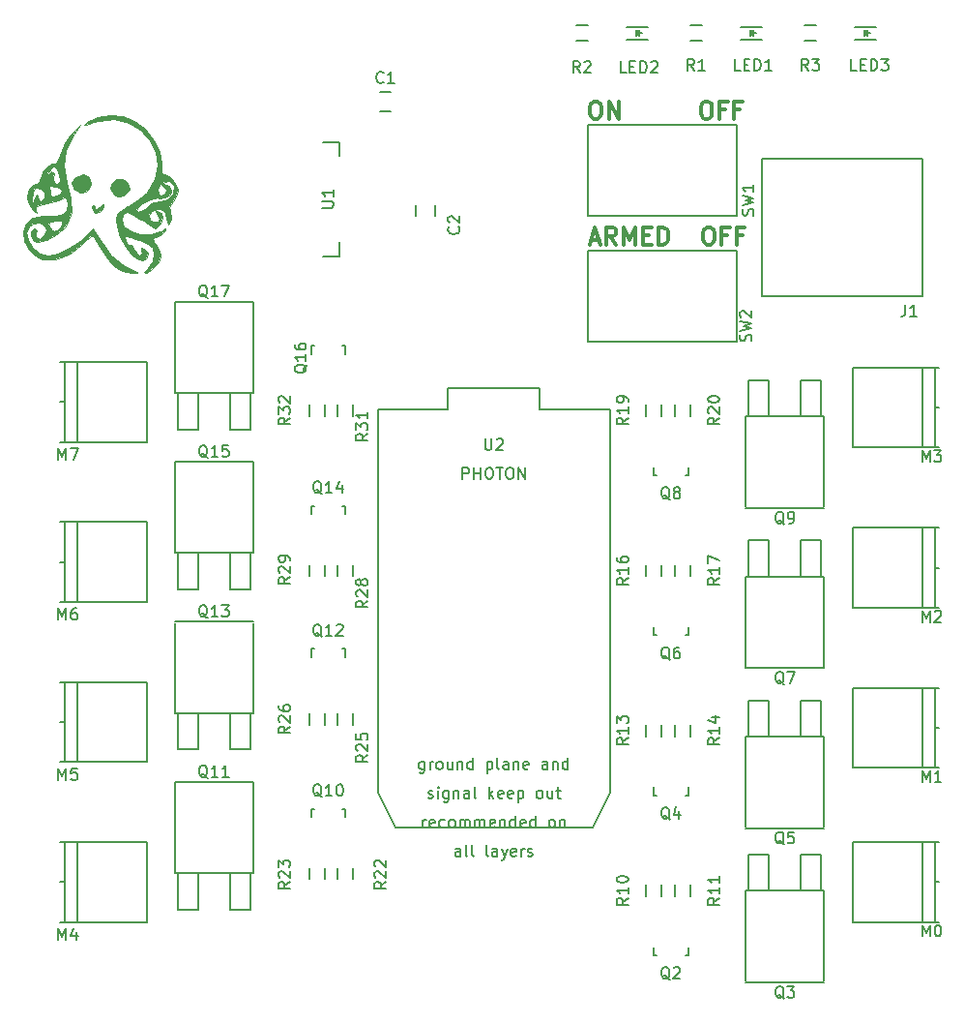
<source format=gto>
G04 #@! TF.FileFunction,Legend,Top*
%FSLAX46Y46*%
G04 Gerber Fmt 4.6, Leading zero omitted, Abs format (unit mm)*
G04 Created by KiCad (PCBNEW 4.0.1-stable) date 22-Mar-16 21:49:02*
%MOMM*%
G01*
G04 APERTURE LIST*
%ADD10C,0.100000*%
%ADD11C,0.300000*%
%ADD12C,0.150000*%
%ADD13C,0.010000*%
G04 APERTURE END LIST*
D10*
D11*
X153171429Y-68978571D02*
X153457143Y-68978571D01*
X153600001Y-69050000D01*
X153742858Y-69192857D01*
X153814286Y-69478571D01*
X153814286Y-69978571D01*
X153742858Y-70264286D01*
X153600001Y-70407143D01*
X153457143Y-70478571D01*
X153171429Y-70478571D01*
X153028572Y-70407143D01*
X152885715Y-70264286D01*
X152814286Y-69978571D01*
X152814286Y-69478571D01*
X152885715Y-69192857D01*
X153028572Y-69050000D01*
X153171429Y-68978571D01*
X154957144Y-69692857D02*
X154457144Y-69692857D01*
X154457144Y-70478571D02*
X154457144Y-68978571D01*
X155171430Y-68978571D01*
X156242858Y-69692857D02*
X155742858Y-69692857D01*
X155742858Y-70478571D02*
X155742858Y-68978571D01*
X156457144Y-68978571D01*
X143007143Y-70050000D02*
X143721429Y-70050000D01*
X142864286Y-70478571D02*
X143364286Y-68978571D01*
X143864286Y-70478571D01*
X145221429Y-70478571D02*
X144721429Y-69764286D01*
X144364286Y-70478571D02*
X144364286Y-68978571D01*
X144935714Y-68978571D01*
X145078572Y-69050000D01*
X145150000Y-69121429D01*
X145221429Y-69264286D01*
X145221429Y-69478571D01*
X145150000Y-69621429D01*
X145078572Y-69692857D01*
X144935714Y-69764286D01*
X144364286Y-69764286D01*
X145864286Y-70478571D02*
X145864286Y-68978571D01*
X146364286Y-70050000D01*
X146864286Y-68978571D01*
X146864286Y-70478571D01*
X147578572Y-69692857D02*
X148078572Y-69692857D01*
X148292858Y-70478571D02*
X147578572Y-70478571D01*
X147578572Y-68978571D01*
X148292858Y-68978571D01*
X148935715Y-70478571D02*
X148935715Y-68978571D01*
X149292858Y-68978571D01*
X149507143Y-69050000D01*
X149650001Y-69192857D01*
X149721429Y-69335714D01*
X149792858Y-69621429D01*
X149792858Y-69835714D01*
X149721429Y-70121429D01*
X149650001Y-70264286D01*
X149507143Y-70407143D01*
X149292858Y-70478571D01*
X148935715Y-70478571D01*
X152971429Y-57978571D02*
X153257143Y-57978571D01*
X153400001Y-58050000D01*
X153542858Y-58192857D01*
X153614286Y-58478571D01*
X153614286Y-58978571D01*
X153542858Y-59264286D01*
X153400001Y-59407143D01*
X153257143Y-59478571D01*
X152971429Y-59478571D01*
X152828572Y-59407143D01*
X152685715Y-59264286D01*
X152614286Y-58978571D01*
X152614286Y-58478571D01*
X152685715Y-58192857D01*
X152828572Y-58050000D01*
X152971429Y-57978571D01*
X154757144Y-58692857D02*
X154257144Y-58692857D01*
X154257144Y-59478571D02*
X154257144Y-57978571D01*
X154971430Y-57978571D01*
X156042858Y-58692857D02*
X155542858Y-58692857D01*
X155542858Y-59478571D02*
X155542858Y-57978571D01*
X156257144Y-57978571D01*
X143271428Y-57978571D02*
X143557142Y-57978571D01*
X143700000Y-58050000D01*
X143842857Y-58192857D01*
X143914285Y-58478571D01*
X143914285Y-58978571D01*
X143842857Y-59264286D01*
X143700000Y-59407143D01*
X143557142Y-59478571D01*
X143271428Y-59478571D01*
X143128571Y-59407143D01*
X142985714Y-59264286D01*
X142914285Y-58978571D01*
X142914285Y-58478571D01*
X142985714Y-58192857D01*
X143128571Y-58050000D01*
X143271428Y-57978571D01*
X144557143Y-59478571D02*
X144557143Y-57978571D01*
X145414286Y-59478571D01*
X145414286Y-57978571D01*
D12*
X173100000Y-84750000D02*
X173500000Y-84750000D01*
X172000000Y-88250000D02*
X172000000Y-81250000D01*
X173100000Y-88250000D02*
X173100000Y-81250000D01*
X165900000Y-88250000D02*
X173500000Y-88250000D01*
X173500000Y-81250000D02*
X165900000Y-81250000D01*
X165900000Y-81250000D02*
X165900000Y-88250000D01*
X96900000Y-98250000D02*
X96500000Y-98250000D01*
X98000000Y-94750000D02*
X98000000Y-101750000D01*
X96900000Y-94750000D02*
X96900000Y-101750000D01*
X104100000Y-94750000D02*
X96500000Y-94750000D01*
X96500000Y-101750000D02*
X104100000Y-101750000D01*
X104100000Y-101750000D02*
X104100000Y-94750000D01*
X125500000Y-57150000D02*
X124500000Y-57150000D01*
X124500000Y-58850000D02*
X125500000Y-58850000D01*
X129350000Y-68000000D02*
X129350000Y-67000000D01*
X127650000Y-67000000D02*
X127650000Y-68000000D01*
X173100000Y-112750000D02*
X173500000Y-112750000D01*
X172000000Y-116250000D02*
X172000000Y-109250000D01*
X173100000Y-116250000D02*
X173100000Y-109250000D01*
X165900000Y-116250000D02*
X173500000Y-116250000D01*
X173500000Y-109250000D02*
X165900000Y-109250000D01*
X165900000Y-109250000D02*
X165900000Y-116250000D01*
X173100000Y-98750000D02*
X173500000Y-98750000D01*
X172000000Y-102250000D02*
X172000000Y-95250000D01*
X173100000Y-102250000D02*
X173100000Y-95250000D01*
X165900000Y-102250000D02*
X173500000Y-102250000D01*
X173500000Y-95250000D02*
X165900000Y-95250000D01*
X165900000Y-95250000D02*
X165900000Y-102250000D01*
X96900000Y-126250000D02*
X96500000Y-126250000D01*
X98000000Y-122750000D02*
X98000000Y-129750000D01*
X96900000Y-122750000D02*
X96900000Y-129750000D01*
X104100000Y-122750000D02*
X96500000Y-122750000D01*
X96500000Y-129750000D02*
X104100000Y-129750000D01*
X104100000Y-129750000D02*
X104100000Y-122750000D01*
X96900000Y-112250000D02*
X96500000Y-112250000D01*
X98000000Y-108750000D02*
X98000000Y-115750000D01*
X96900000Y-108750000D02*
X96900000Y-115750000D01*
X104100000Y-108750000D02*
X96500000Y-108750000D01*
X96500000Y-115750000D02*
X104100000Y-115750000D01*
X104100000Y-115750000D02*
X104100000Y-108750000D01*
X96900000Y-84250000D02*
X96500000Y-84250000D01*
X98000000Y-80750000D02*
X98000000Y-87750000D01*
X96900000Y-80750000D02*
X96900000Y-87750000D01*
X104100000Y-80750000D02*
X96500000Y-80750000D01*
X96500000Y-87750000D02*
X104100000Y-87750000D01*
X104100000Y-87750000D02*
X104100000Y-80750000D01*
X158603000Y-127024000D02*
X158603000Y-123849000D01*
X158603000Y-123849000D02*
X156825000Y-123849000D01*
X156825000Y-123849000D02*
X156825000Y-127024000D01*
X163175000Y-127024000D02*
X163175000Y-123849000D01*
X163175000Y-123849000D02*
X161397000Y-123849000D01*
X161397000Y-123849000D02*
X161397000Y-127024000D01*
X156571000Y-133120000D02*
X156571000Y-127024000D01*
X156571000Y-127024000D02*
X163429000Y-127024000D01*
X163429000Y-127024000D02*
X163429000Y-134898000D01*
X163429000Y-135025000D02*
X156571000Y-135025000D01*
X156571000Y-134898000D02*
X156571000Y-133120000D01*
X158603000Y-113524000D02*
X158603000Y-110349000D01*
X158603000Y-110349000D02*
X156825000Y-110349000D01*
X156825000Y-110349000D02*
X156825000Y-113524000D01*
X163175000Y-113524000D02*
X163175000Y-110349000D01*
X163175000Y-110349000D02*
X161397000Y-110349000D01*
X161397000Y-110349000D02*
X161397000Y-113524000D01*
X156571000Y-119620000D02*
X156571000Y-113524000D01*
X156571000Y-113524000D02*
X163429000Y-113524000D01*
X163429000Y-113524000D02*
X163429000Y-121398000D01*
X163429000Y-121525000D02*
X156571000Y-121525000D01*
X156571000Y-121398000D02*
X156571000Y-119620000D01*
X158603000Y-99524000D02*
X158603000Y-96349000D01*
X158603000Y-96349000D02*
X156825000Y-96349000D01*
X156825000Y-96349000D02*
X156825000Y-99524000D01*
X163175000Y-99524000D02*
X163175000Y-96349000D01*
X163175000Y-96349000D02*
X161397000Y-96349000D01*
X161397000Y-96349000D02*
X161397000Y-99524000D01*
X156571000Y-105620000D02*
X156571000Y-99524000D01*
X156571000Y-99524000D02*
X163429000Y-99524000D01*
X163429000Y-99524000D02*
X163429000Y-107398000D01*
X163429000Y-107525000D02*
X156571000Y-107525000D01*
X156571000Y-107398000D02*
X156571000Y-105620000D01*
X158603000Y-85524000D02*
X158603000Y-82349000D01*
X158603000Y-82349000D02*
X156825000Y-82349000D01*
X156825000Y-82349000D02*
X156825000Y-85524000D01*
X163175000Y-85524000D02*
X163175000Y-82349000D01*
X163175000Y-82349000D02*
X161397000Y-82349000D01*
X161397000Y-82349000D02*
X161397000Y-85524000D01*
X156571000Y-91620000D02*
X156571000Y-85524000D01*
X156571000Y-85524000D02*
X163429000Y-85524000D01*
X163429000Y-85524000D02*
X163429000Y-93398000D01*
X163429000Y-93525000D02*
X156571000Y-93525000D01*
X156571000Y-93398000D02*
X156571000Y-91620000D01*
X111397000Y-125476000D02*
X111397000Y-128651000D01*
X111397000Y-128651000D02*
X113175000Y-128651000D01*
X113175000Y-128651000D02*
X113175000Y-125476000D01*
X106825000Y-125476000D02*
X106825000Y-128651000D01*
X106825000Y-128651000D02*
X108603000Y-128651000D01*
X108603000Y-128651000D02*
X108603000Y-125476000D01*
X113429000Y-119380000D02*
X113429000Y-125476000D01*
X113429000Y-125476000D02*
X106571000Y-125476000D01*
X106571000Y-125476000D02*
X106571000Y-117602000D01*
X106571000Y-117475000D02*
X113429000Y-117475000D01*
X113429000Y-117602000D02*
X113429000Y-119380000D01*
X111397000Y-111476000D02*
X111397000Y-114651000D01*
X111397000Y-114651000D02*
X113175000Y-114651000D01*
X113175000Y-114651000D02*
X113175000Y-111476000D01*
X106825000Y-111476000D02*
X106825000Y-114651000D01*
X106825000Y-114651000D02*
X108603000Y-114651000D01*
X108603000Y-114651000D02*
X108603000Y-111476000D01*
X113429000Y-105380000D02*
X113429000Y-111476000D01*
X113429000Y-111476000D02*
X106571000Y-111476000D01*
X106571000Y-111476000D02*
X106571000Y-103602000D01*
X106571000Y-103475000D02*
X113429000Y-103475000D01*
X113429000Y-103602000D02*
X113429000Y-105380000D01*
X111397000Y-97476000D02*
X111397000Y-100651000D01*
X111397000Y-100651000D02*
X113175000Y-100651000D01*
X113175000Y-100651000D02*
X113175000Y-97476000D01*
X106825000Y-97476000D02*
X106825000Y-100651000D01*
X106825000Y-100651000D02*
X108603000Y-100651000D01*
X108603000Y-100651000D02*
X108603000Y-97476000D01*
X113429000Y-91380000D02*
X113429000Y-97476000D01*
X113429000Y-97476000D02*
X106571000Y-97476000D01*
X106571000Y-97476000D02*
X106571000Y-89602000D01*
X106571000Y-89475000D02*
X113429000Y-89475000D01*
X113429000Y-89602000D02*
X113429000Y-91380000D01*
X111397000Y-83476000D02*
X111397000Y-86651000D01*
X111397000Y-86651000D02*
X113175000Y-86651000D01*
X113175000Y-86651000D02*
X113175000Y-83476000D01*
X106825000Y-83476000D02*
X106825000Y-86651000D01*
X106825000Y-86651000D02*
X108603000Y-86651000D01*
X108603000Y-86651000D02*
X108603000Y-83476000D01*
X113429000Y-77380000D02*
X113429000Y-83476000D01*
X113429000Y-83476000D02*
X106571000Y-83476000D01*
X106571000Y-83476000D02*
X106571000Y-75602000D01*
X106571000Y-75475000D02*
X113429000Y-75475000D01*
X113429000Y-75602000D02*
X113429000Y-77380000D01*
X149175000Y-126500000D02*
X149175000Y-127500000D01*
X147825000Y-127500000D02*
X147825000Y-126500000D01*
X150325000Y-127500000D02*
X150325000Y-126500000D01*
X151675000Y-126500000D02*
X151675000Y-127500000D01*
X149175000Y-112500000D02*
X149175000Y-113500000D01*
X147825000Y-113500000D02*
X147825000Y-112500000D01*
X150325000Y-113500000D02*
X150325000Y-112500000D01*
X151675000Y-112500000D02*
X151675000Y-113500000D01*
X149175000Y-98500000D02*
X149175000Y-99500000D01*
X147825000Y-99500000D02*
X147825000Y-98500000D01*
X150325000Y-99500000D02*
X150325000Y-98500000D01*
X151675000Y-98500000D02*
X151675000Y-99500000D01*
X149175000Y-84500000D02*
X149175000Y-85500000D01*
X147825000Y-85500000D02*
X147825000Y-84500000D01*
X150325000Y-85500000D02*
X150325000Y-84500000D01*
X151675000Y-84500000D02*
X151675000Y-85500000D01*
X120825000Y-126000000D02*
X120825000Y-125000000D01*
X122175000Y-125000000D02*
X122175000Y-126000000D01*
X119675000Y-125000000D02*
X119675000Y-126000000D01*
X118325000Y-126000000D02*
X118325000Y-125000000D01*
X120825000Y-112500000D02*
X120825000Y-111500000D01*
X122175000Y-111500000D02*
X122175000Y-112500000D01*
X119675000Y-111500000D02*
X119675000Y-112500000D01*
X118325000Y-112500000D02*
X118325000Y-111500000D01*
X120825000Y-99500000D02*
X120825000Y-98500000D01*
X122175000Y-98500000D02*
X122175000Y-99500000D01*
X119675000Y-98500000D02*
X119675000Y-99500000D01*
X118325000Y-99500000D02*
X118325000Y-98500000D01*
X120825000Y-85500000D02*
X120825000Y-84500000D01*
X122175000Y-84500000D02*
X122175000Y-85500000D01*
X119675000Y-84500000D02*
X119675000Y-85500000D01*
X118325000Y-85500000D02*
X118325000Y-84500000D01*
X142750000Y-68000000D02*
X142750000Y-60000000D01*
X155750000Y-68000000D02*
X155750000Y-60000000D01*
X142750000Y-60000000D02*
X155750000Y-60000000D01*
X142750000Y-68000000D02*
X155750000Y-68000000D01*
X142750000Y-79000000D02*
X142750000Y-71000000D01*
X155750000Y-79000000D02*
X155750000Y-71000000D01*
X142750000Y-71000000D02*
X155750000Y-71000000D01*
X142750000Y-79000000D02*
X155750000Y-79000000D01*
X121000000Y-61500000D02*
X121000000Y-62750000D01*
X121000000Y-61500000D02*
X119500000Y-61500000D01*
X121000000Y-71500000D02*
X119500000Y-71500000D01*
X121000000Y-71500000D02*
X121000000Y-70250000D01*
X144660000Y-118470000D02*
X143136000Y-121518000D01*
X124340000Y-118470000D02*
X125864000Y-121518000D01*
X125864000Y-121518000D02*
X143136000Y-121518000D01*
X144660000Y-84942000D02*
X144660000Y-118470000D01*
X124340000Y-84942000D02*
X124340000Y-118470000D01*
X138513200Y-84942000D02*
X144660000Y-84942000D01*
X130486800Y-84942000D02*
X124340000Y-84942000D01*
X130486800Y-83037000D02*
X130486800Y-84942000D01*
X138513200Y-83037000D02*
X138513200Y-84942000D01*
X130486800Y-83037000D02*
X138513200Y-83037000D01*
X173100000Y-126250000D02*
X173500000Y-126250000D01*
X172000000Y-129750000D02*
X172000000Y-122750000D01*
X173100000Y-129750000D02*
X173100000Y-122750000D01*
X165900000Y-129750000D02*
X173500000Y-129750000D01*
X173500000Y-122750000D02*
X165900000Y-122750000D01*
X165900000Y-122750000D02*
X165900000Y-129750000D01*
X148700840Y-132650240D02*
X148749100Y-132650240D01*
X151499820Y-131949200D02*
X151499820Y-132650240D01*
X151499820Y-132650240D02*
X151250900Y-132650240D01*
X148700840Y-132650240D02*
X148500180Y-132650240D01*
X148500180Y-132650240D02*
X148500180Y-131949200D01*
X148700840Y-118650240D02*
X148749100Y-118650240D01*
X151499820Y-117949200D02*
X151499820Y-118650240D01*
X151499820Y-118650240D02*
X151250900Y-118650240D01*
X148700840Y-118650240D02*
X148500180Y-118650240D01*
X148500180Y-118650240D02*
X148500180Y-117949200D01*
X148700840Y-104650240D02*
X148749100Y-104650240D01*
X151499820Y-103949200D02*
X151499820Y-104650240D01*
X151499820Y-104650240D02*
X151250900Y-104650240D01*
X148700840Y-104650240D02*
X148500180Y-104650240D01*
X148500180Y-104650240D02*
X148500180Y-103949200D01*
X148700840Y-90650240D02*
X148749100Y-90650240D01*
X151499820Y-89949200D02*
X151499820Y-90650240D01*
X151499820Y-90650240D02*
X151250900Y-90650240D01*
X148700840Y-90650240D02*
X148500180Y-90650240D01*
X148500180Y-90650240D02*
X148500180Y-89949200D01*
X121299160Y-119849760D02*
X121250900Y-119849760D01*
X118500180Y-120550800D02*
X118500180Y-119849760D01*
X118500180Y-119849760D02*
X118749100Y-119849760D01*
X121299160Y-119849760D02*
X121499820Y-119849760D01*
X121499820Y-119849760D02*
X121499820Y-120550800D01*
X121299160Y-105849760D02*
X121250900Y-105849760D01*
X118500180Y-106550800D02*
X118500180Y-105849760D01*
X118500180Y-105849760D02*
X118749100Y-105849760D01*
X121299160Y-105849760D02*
X121499820Y-105849760D01*
X121499820Y-105849760D02*
X121499820Y-106550800D01*
X121299160Y-93349760D02*
X121250900Y-93349760D01*
X118500180Y-94050800D02*
X118500180Y-93349760D01*
X118500180Y-93349760D02*
X118749100Y-93349760D01*
X121299160Y-93349760D02*
X121499820Y-93349760D01*
X121499820Y-93349760D02*
X121499820Y-94050800D01*
X121299160Y-79349760D02*
X121250900Y-79349760D01*
X118500180Y-80050800D02*
X118500180Y-79349760D01*
X118500180Y-79349760D02*
X118749100Y-79349760D01*
X121299160Y-79349760D02*
X121499820Y-79349760D01*
X121499820Y-79349760D02*
X121499820Y-80050800D01*
X172000000Y-63000000D02*
X172000000Y-75000000D01*
X172000000Y-75000000D02*
X158000000Y-75000000D01*
X158000000Y-75000000D02*
X158000000Y-63000000D01*
X172000000Y-63000000D02*
X158000000Y-63000000D01*
X151700000Y-51325000D02*
X152700000Y-51325000D01*
X152700000Y-52675000D02*
X151700000Y-52675000D01*
X141700000Y-51325000D02*
X142700000Y-51325000D01*
X142700000Y-52675000D02*
X141700000Y-52675000D01*
X161700000Y-51325000D02*
X162700000Y-51325000D01*
X162700000Y-52675000D02*
X161700000Y-52675000D01*
X156100000Y-52550000D02*
X158000000Y-52550000D01*
X156100000Y-51450000D02*
X158000000Y-51450000D01*
X157000000Y-52000000D02*
X157450000Y-52000000D01*
X156950000Y-51750000D02*
X156950000Y-52250000D01*
X156950000Y-52000000D02*
X157200000Y-51750000D01*
X157200000Y-51750000D02*
X157200000Y-52250000D01*
X157200000Y-52250000D02*
X156950000Y-52000000D01*
X146100000Y-52550000D02*
X148000000Y-52550000D01*
X146100000Y-51450000D02*
X148000000Y-51450000D01*
X147000000Y-52000000D02*
X147450000Y-52000000D01*
X146950000Y-51750000D02*
X146950000Y-52250000D01*
X146950000Y-52000000D02*
X147200000Y-51750000D01*
X147200000Y-51750000D02*
X147200000Y-52250000D01*
X147200000Y-52250000D02*
X146950000Y-52000000D01*
X166100000Y-52550000D02*
X168000000Y-52550000D01*
X166100000Y-51450000D02*
X168000000Y-51450000D01*
X167000000Y-52000000D02*
X167450000Y-52000000D01*
X166950000Y-51750000D02*
X166950000Y-52250000D01*
X166950000Y-52000000D02*
X167200000Y-51750000D01*
X167200000Y-51750000D02*
X167200000Y-52250000D01*
X167200000Y-52250000D02*
X166950000Y-52000000D01*
D13*
G36*
X97728558Y-60855250D02*
X97044381Y-62185089D01*
X96861093Y-63610414D01*
X97106697Y-64982526D01*
X97462941Y-66490562D01*
X97502789Y-67651742D01*
X97222639Y-68539248D01*
X96911030Y-68958594D01*
X96116765Y-69647628D01*
X95300905Y-70101490D01*
X94593343Y-70263939D01*
X94183961Y-70139336D01*
X93959504Y-69732899D01*
X94009106Y-69297210D01*
X94300618Y-69081000D01*
X94320829Y-69080412D01*
X94445462Y-69271407D01*
X94405889Y-69446709D01*
X94409106Y-69859914D01*
X94701451Y-69980052D01*
X95086223Y-69735503D01*
X95296412Y-69213892D01*
X95120339Y-68794390D01*
X94979248Y-68720395D01*
X95518083Y-68720395D01*
X95545850Y-68862199D01*
X95810991Y-69263739D01*
X96024421Y-69342268D01*
X96424383Y-69135985D01*
X96634375Y-68862199D01*
X96744592Y-68519522D01*
X96489751Y-68394443D01*
X96155805Y-68382130D01*
X95637178Y-68451943D01*
X95518083Y-68720395D01*
X94979248Y-68720395D01*
X94695401Y-68571533D01*
X94158994Y-68639861D01*
X93829691Y-68870927D01*
X93570864Y-69445109D01*
X93693508Y-70122338D01*
X94111863Y-70769086D01*
X94740165Y-71251828D01*
X95477911Y-71437113D01*
X96359445Y-71258670D01*
X97363232Y-70800803D01*
X98268363Y-70179703D01*
X98700048Y-69742357D01*
X99102442Y-69285117D01*
X99366463Y-69081118D01*
X99374117Y-69080412D01*
X99575448Y-69291225D01*
X99900080Y-69821242D01*
X100039442Y-70083900D01*
X100977397Y-71459045D01*
X102150905Y-72393079D01*
X102722338Y-72651759D01*
X103253683Y-72859022D01*
X103319531Y-72951681D01*
X102952228Y-72977694D01*
X102942268Y-72977841D01*
X102223875Y-72857805D01*
X101576383Y-72601257D01*
X101035845Y-72150628D01*
X100445528Y-71429091D01*
X100155039Y-70975143D01*
X99755166Y-70278180D01*
X99478237Y-69798070D01*
X99400854Y-69666183D01*
X99204677Y-69788668D01*
X98750187Y-70177273D01*
X98388915Y-70510114D01*
X97247669Y-71350955D01*
X96095331Y-71770160D01*
X95019740Y-71743222D01*
X94574933Y-71574270D01*
X93766836Y-70946170D01*
X93339939Y-70177100D01*
X93275864Y-69381070D01*
X93556236Y-68672087D01*
X94162680Y-68164161D01*
X95076819Y-67971299D01*
X95155441Y-67972655D01*
X96199150Y-67955587D01*
X96822153Y-67791203D01*
X97117796Y-67432316D01*
X97181444Y-66948515D01*
X97132497Y-66415444D01*
X96958541Y-66331114D01*
X96854124Y-66400186D01*
X96403388Y-66605389D01*
X95670452Y-66799906D01*
X95395902Y-66851092D01*
X94682776Y-67015319D01*
X94403170Y-67227580D01*
X94419938Y-67441448D01*
X94475435Y-67702429D01*
X94237894Y-67565034D01*
X94186238Y-67522669D01*
X93773500Y-66949758D01*
X93667098Y-66411845D01*
X94065277Y-66411845D01*
X94091379Y-67116494D01*
X94301031Y-66461855D01*
X94460451Y-66089374D01*
X94534645Y-66233623D01*
X94536785Y-66265464D01*
X94699002Y-66671798D01*
X94993356Y-66635269D01*
X95173945Y-66350073D01*
X95127121Y-65913565D01*
X94796786Y-65569394D01*
X94381870Y-65505027D01*
X94312502Y-65538271D01*
X94117538Y-65900265D01*
X94065277Y-66411845D01*
X93667098Y-66411845D01*
X93638266Y-66266088D01*
X93762811Y-65636454D01*
X94118947Y-65237372D01*
X95507318Y-65237372D01*
X95553488Y-65414433D01*
X95670582Y-65952163D01*
X95685142Y-66098608D01*
X95867900Y-66292567D01*
X96237165Y-66236137D01*
X96568518Y-66003602D01*
X96657732Y-65776676D01*
X96440589Y-65478811D01*
X96155842Y-65414433D01*
X95685146Y-65324863D01*
X95544120Y-65218041D01*
X95507318Y-65237372D01*
X94118947Y-65237372D01*
X94129407Y-65225651D01*
X94441172Y-65152577D01*
X94760256Y-64936742D01*
X94824743Y-64669450D01*
X94892571Y-64464537D01*
X95369127Y-64464537D01*
X95446437Y-64575580D01*
X95521876Y-64432474D01*
X95772857Y-64114631D01*
X95961894Y-64233667D01*
X95948038Y-64628866D01*
X95966409Y-65059612D01*
X96226190Y-65152577D01*
X96535026Y-64992228D01*
X96543707Y-64825257D01*
X96305839Y-64066677D01*
X96134774Y-63719271D01*
X95954316Y-63690404D01*
X95738139Y-63845870D01*
X95419304Y-64255249D01*
X95369127Y-64464537D01*
X94892571Y-64464537D01*
X94985814Y-64182847D01*
X95361959Y-63709349D01*
X95792576Y-63411821D01*
X96067367Y-63409321D01*
X96264044Y-63271604D01*
X96495682Y-62760067D01*
X96589932Y-62449774D01*
X96951715Y-61580673D01*
X97474548Y-60822216D01*
X97598047Y-60697791D01*
X98311802Y-60046391D01*
X97728558Y-60855250D01*
X97728558Y-60855250D01*
G37*
X97728558Y-60855250D02*
X97044381Y-62185089D01*
X96861093Y-63610414D01*
X97106697Y-64982526D01*
X97462941Y-66490562D01*
X97502789Y-67651742D01*
X97222639Y-68539248D01*
X96911030Y-68958594D01*
X96116765Y-69647628D01*
X95300905Y-70101490D01*
X94593343Y-70263939D01*
X94183961Y-70139336D01*
X93959504Y-69732899D01*
X94009106Y-69297210D01*
X94300618Y-69081000D01*
X94320829Y-69080412D01*
X94445462Y-69271407D01*
X94405889Y-69446709D01*
X94409106Y-69859914D01*
X94701451Y-69980052D01*
X95086223Y-69735503D01*
X95296412Y-69213892D01*
X95120339Y-68794390D01*
X94979248Y-68720395D01*
X95518083Y-68720395D01*
X95545850Y-68862199D01*
X95810991Y-69263739D01*
X96024421Y-69342268D01*
X96424383Y-69135985D01*
X96634375Y-68862199D01*
X96744592Y-68519522D01*
X96489751Y-68394443D01*
X96155805Y-68382130D01*
X95637178Y-68451943D01*
X95518083Y-68720395D01*
X94979248Y-68720395D01*
X94695401Y-68571533D01*
X94158994Y-68639861D01*
X93829691Y-68870927D01*
X93570864Y-69445109D01*
X93693508Y-70122338D01*
X94111863Y-70769086D01*
X94740165Y-71251828D01*
X95477911Y-71437113D01*
X96359445Y-71258670D01*
X97363232Y-70800803D01*
X98268363Y-70179703D01*
X98700048Y-69742357D01*
X99102442Y-69285117D01*
X99366463Y-69081118D01*
X99374117Y-69080412D01*
X99575448Y-69291225D01*
X99900080Y-69821242D01*
X100039442Y-70083900D01*
X100977397Y-71459045D01*
X102150905Y-72393079D01*
X102722338Y-72651759D01*
X103253683Y-72859022D01*
X103319531Y-72951681D01*
X102952228Y-72977694D01*
X102942268Y-72977841D01*
X102223875Y-72857805D01*
X101576383Y-72601257D01*
X101035845Y-72150628D01*
X100445528Y-71429091D01*
X100155039Y-70975143D01*
X99755166Y-70278180D01*
X99478237Y-69798070D01*
X99400854Y-69666183D01*
X99204677Y-69788668D01*
X98750187Y-70177273D01*
X98388915Y-70510114D01*
X97247669Y-71350955D01*
X96095331Y-71770160D01*
X95019740Y-71743222D01*
X94574933Y-71574270D01*
X93766836Y-70946170D01*
X93339939Y-70177100D01*
X93275864Y-69381070D01*
X93556236Y-68672087D01*
X94162680Y-68164161D01*
X95076819Y-67971299D01*
X95155441Y-67972655D01*
X96199150Y-67955587D01*
X96822153Y-67791203D01*
X97117796Y-67432316D01*
X97181444Y-66948515D01*
X97132497Y-66415444D01*
X96958541Y-66331114D01*
X96854124Y-66400186D01*
X96403388Y-66605389D01*
X95670452Y-66799906D01*
X95395902Y-66851092D01*
X94682776Y-67015319D01*
X94403170Y-67227580D01*
X94419938Y-67441448D01*
X94475435Y-67702429D01*
X94237894Y-67565034D01*
X94186238Y-67522669D01*
X93773500Y-66949758D01*
X93667098Y-66411845D01*
X94065277Y-66411845D01*
X94091379Y-67116494D01*
X94301031Y-66461855D01*
X94460451Y-66089374D01*
X94534645Y-66233623D01*
X94536785Y-66265464D01*
X94699002Y-66671798D01*
X94993356Y-66635269D01*
X95173945Y-66350073D01*
X95127121Y-65913565D01*
X94796786Y-65569394D01*
X94381870Y-65505027D01*
X94312502Y-65538271D01*
X94117538Y-65900265D01*
X94065277Y-66411845D01*
X93667098Y-66411845D01*
X93638266Y-66266088D01*
X93762811Y-65636454D01*
X94118947Y-65237372D01*
X95507318Y-65237372D01*
X95553488Y-65414433D01*
X95670582Y-65952163D01*
X95685142Y-66098608D01*
X95867900Y-66292567D01*
X96237165Y-66236137D01*
X96568518Y-66003602D01*
X96657732Y-65776676D01*
X96440589Y-65478811D01*
X96155842Y-65414433D01*
X95685146Y-65324863D01*
X95544120Y-65218041D01*
X95507318Y-65237372D01*
X94118947Y-65237372D01*
X94129407Y-65225651D01*
X94441172Y-65152577D01*
X94760256Y-64936742D01*
X94824743Y-64669450D01*
X94892571Y-64464537D01*
X95369127Y-64464537D01*
X95446437Y-64575580D01*
X95521876Y-64432474D01*
X95772857Y-64114631D01*
X95961894Y-64233667D01*
X95948038Y-64628866D01*
X95966409Y-65059612D01*
X96226190Y-65152577D01*
X96535026Y-64992228D01*
X96543707Y-64825257D01*
X96305839Y-64066677D01*
X96134774Y-63719271D01*
X95954316Y-63690404D01*
X95738139Y-63845870D01*
X95419304Y-64255249D01*
X95369127Y-64464537D01*
X94892571Y-64464537D01*
X94985814Y-64182847D01*
X95361959Y-63709349D01*
X95792576Y-63411821D01*
X96067367Y-63409321D01*
X96264044Y-63271604D01*
X96495682Y-62760067D01*
X96589932Y-62449774D01*
X96951715Y-61580673D01*
X97474548Y-60822216D01*
X97598047Y-60697791D01*
X98311802Y-60046391D01*
X97728558Y-60855250D01*
G36*
X102027576Y-59243886D02*
X103027110Y-59645598D01*
X103959275Y-60390526D01*
X104732162Y-61352616D01*
X105253861Y-62405814D01*
X105432464Y-63424065D01*
X105376499Y-63836961D01*
X105395363Y-64279314D01*
X105620628Y-64367010D01*
X106137550Y-64582630D01*
X106615184Y-65088492D01*
X106864140Y-65673095D01*
X106870103Y-65762371D01*
X106695219Y-66272152D01*
X106381692Y-66688411D01*
X106051410Y-67233077D01*
X106120254Y-67582401D01*
X106223141Y-68155403D01*
X106157605Y-68468732D01*
X106012460Y-68716835D01*
X105900817Y-68520602D01*
X105827296Y-68163917D01*
X105628685Y-67588726D01*
X105225282Y-67387627D01*
X105038128Y-67378350D01*
X104523093Y-67540607D01*
X104283485Y-67906266D01*
X104386866Y-68293659D01*
X104636271Y-68458914D01*
X105121824Y-68512376D01*
X105233232Y-68242876D01*
X105042365Y-67908389D01*
X104858820Y-67582564D01*
X105013269Y-67509278D01*
X105376480Y-67709700D01*
X105479082Y-68168235D01*
X105286946Y-68670789D01*
X105212000Y-68755894D01*
X104855532Y-69031765D01*
X104536040Y-68932000D01*
X104304543Y-68735589D01*
X103851403Y-68397455D01*
X103596907Y-68294845D01*
X103249111Y-68136290D01*
X102913923Y-67876410D01*
X102384481Y-67609337D01*
X102009115Y-67807517D01*
X101894846Y-68295451D01*
X102127386Y-68880519D01*
X102730813Y-69315604D01*
X103563834Y-69560022D01*
X104485158Y-69573092D01*
X105353492Y-69314132D01*
X105381648Y-69299397D01*
X105768912Y-69114072D01*
X105756976Y-69224654D01*
X105594226Y-69430325D01*
X105139735Y-69786849D01*
X104859275Y-69865979D01*
X104633494Y-69932676D01*
X104736451Y-70216594D01*
X104891338Y-70447955D01*
X105202762Y-71058538D01*
X105298969Y-71495378D01*
X105110710Y-72030773D01*
X104667541Y-72582304D01*
X104151878Y-72949999D01*
X103924227Y-73002424D01*
X103867752Y-72868564D01*
X104175790Y-72551665D01*
X104208083Y-72526456D01*
X104678104Y-71946557D01*
X104731794Y-71295137D01*
X104596893Y-70797915D01*
X104242370Y-70448829D01*
X103532223Y-70123095D01*
X103400516Y-70073671D01*
X102698940Y-69847499D01*
X102249749Y-69767011D01*
X102160711Y-69805142D01*
X102265055Y-70135616D01*
X102475739Y-70457132D01*
X102656424Y-70586428D01*
X102693001Y-70520618D01*
X102785986Y-70520483D01*
X102950428Y-70847938D01*
X103241747Y-71302053D01*
X103485557Y-71437113D01*
X103670777Y-71248088D01*
X103638259Y-71057665D01*
X103649879Y-70791967D01*
X103872099Y-70823825D01*
X104212448Y-71159940D01*
X104163083Y-71599170D01*
X103817851Y-71881830D01*
X103333874Y-71813626D01*
X102785349Y-71362822D01*
X102245075Y-70652197D01*
X101785851Y-69804531D01*
X101480475Y-68942605D01*
X101401745Y-68189199D01*
X101462822Y-67909896D01*
X101775110Y-67559075D01*
X103204124Y-67559075D01*
X103378663Y-67632901D01*
X103771468Y-67482270D01*
X104186322Y-67202847D01*
X104383345Y-66984158D01*
X104737090Y-66795637D01*
X105305210Y-66723711D01*
X106011232Y-66524381D01*
X106437933Y-66023565D01*
X106469743Y-65367024D01*
X106443052Y-65288629D01*
X106104822Y-64957043D01*
X105627058Y-64968873D01*
X105216910Y-65274997D01*
X105084365Y-65610824D01*
X105151862Y-66096344D01*
X105411685Y-66200000D01*
X105752401Y-66019338D01*
X105793798Y-65645980D01*
X105511661Y-65332867D01*
X105495361Y-65325999D01*
X105384053Y-65209244D01*
X105598273Y-65173250D01*
X106050313Y-65357952D01*
X106219747Y-65812068D01*
X106120093Y-66142468D01*
X105758197Y-66335425D01*
X105127012Y-66406856D01*
X105096110Y-66406170D01*
X104381314Y-66531593D01*
X103713704Y-66871310D01*
X103277994Y-67312764D01*
X103204124Y-67559075D01*
X101775110Y-67559075D01*
X101799765Y-67531378D01*
X102412543Y-67159133D01*
X102514465Y-67114251D01*
X103291006Y-66651729D01*
X104016221Y-66011028D01*
X104089357Y-65927542D01*
X104783875Y-64765249D01*
X105021583Y-63564234D01*
X104857293Y-62397668D01*
X104345815Y-61338717D01*
X103541960Y-60460552D01*
X102500536Y-59836339D01*
X101276356Y-59539248D01*
X99924230Y-59642448D01*
X99477262Y-59770676D01*
X98830555Y-59979027D01*
X98613369Y-60005295D01*
X98764321Y-59849843D01*
X98863535Y-59774297D01*
X99771187Y-59354900D01*
X100935004Y-59171932D01*
X102027576Y-59243886D01*
X102027576Y-59243886D01*
G37*
X102027576Y-59243886D02*
X103027110Y-59645598D01*
X103959275Y-60390526D01*
X104732162Y-61352616D01*
X105253861Y-62405814D01*
X105432464Y-63424065D01*
X105376499Y-63836961D01*
X105395363Y-64279314D01*
X105620628Y-64367010D01*
X106137550Y-64582630D01*
X106615184Y-65088492D01*
X106864140Y-65673095D01*
X106870103Y-65762371D01*
X106695219Y-66272152D01*
X106381692Y-66688411D01*
X106051410Y-67233077D01*
X106120254Y-67582401D01*
X106223141Y-68155403D01*
X106157605Y-68468732D01*
X106012460Y-68716835D01*
X105900817Y-68520602D01*
X105827296Y-68163917D01*
X105628685Y-67588726D01*
X105225282Y-67387627D01*
X105038128Y-67378350D01*
X104523093Y-67540607D01*
X104283485Y-67906266D01*
X104386866Y-68293659D01*
X104636271Y-68458914D01*
X105121824Y-68512376D01*
X105233232Y-68242876D01*
X105042365Y-67908389D01*
X104858820Y-67582564D01*
X105013269Y-67509278D01*
X105376480Y-67709700D01*
X105479082Y-68168235D01*
X105286946Y-68670789D01*
X105212000Y-68755894D01*
X104855532Y-69031765D01*
X104536040Y-68932000D01*
X104304543Y-68735589D01*
X103851403Y-68397455D01*
X103596907Y-68294845D01*
X103249111Y-68136290D01*
X102913923Y-67876410D01*
X102384481Y-67609337D01*
X102009115Y-67807517D01*
X101894846Y-68295451D01*
X102127386Y-68880519D01*
X102730813Y-69315604D01*
X103563834Y-69560022D01*
X104485158Y-69573092D01*
X105353492Y-69314132D01*
X105381648Y-69299397D01*
X105768912Y-69114072D01*
X105756976Y-69224654D01*
X105594226Y-69430325D01*
X105139735Y-69786849D01*
X104859275Y-69865979D01*
X104633494Y-69932676D01*
X104736451Y-70216594D01*
X104891338Y-70447955D01*
X105202762Y-71058538D01*
X105298969Y-71495378D01*
X105110710Y-72030773D01*
X104667541Y-72582304D01*
X104151878Y-72949999D01*
X103924227Y-73002424D01*
X103867752Y-72868564D01*
X104175790Y-72551665D01*
X104208083Y-72526456D01*
X104678104Y-71946557D01*
X104731794Y-71295137D01*
X104596893Y-70797915D01*
X104242370Y-70448829D01*
X103532223Y-70123095D01*
X103400516Y-70073671D01*
X102698940Y-69847499D01*
X102249749Y-69767011D01*
X102160711Y-69805142D01*
X102265055Y-70135616D01*
X102475739Y-70457132D01*
X102656424Y-70586428D01*
X102693001Y-70520618D01*
X102785986Y-70520483D01*
X102950428Y-70847938D01*
X103241747Y-71302053D01*
X103485557Y-71437113D01*
X103670777Y-71248088D01*
X103638259Y-71057665D01*
X103649879Y-70791967D01*
X103872099Y-70823825D01*
X104212448Y-71159940D01*
X104163083Y-71599170D01*
X103817851Y-71881830D01*
X103333874Y-71813626D01*
X102785349Y-71362822D01*
X102245075Y-70652197D01*
X101785851Y-69804531D01*
X101480475Y-68942605D01*
X101401745Y-68189199D01*
X101462822Y-67909896D01*
X101775110Y-67559075D01*
X103204124Y-67559075D01*
X103378663Y-67632901D01*
X103771468Y-67482270D01*
X104186322Y-67202847D01*
X104383345Y-66984158D01*
X104737090Y-66795637D01*
X105305210Y-66723711D01*
X106011232Y-66524381D01*
X106437933Y-66023565D01*
X106469743Y-65367024D01*
X106443052Y-65288629D01*
X106104822Y-64957043D01*
X105627058Y-64968873D01*
X105216910Y-65274997D01*
X105084365Y-65610824D01*
X105151862Y-66096344D01*
X105411685Y-66200000D01*
X105752401Y-66019338D01*
X105793798Y-65645980D01*
X105511661Y-65332867D01*
X105495361Y-65325999D01*
X105384053Y-65209244D01*
X105598273Y-65173250D01*
X106050313Y-65357952D01*
X106219747Y-65812068D01*
X106120093Y-66142468D01*
X105758197Y-66335425D01*
X105127012Y-66406856D01*
X105096110Y-66406170D01*
X104381314Y-66531593D01*
X103713704Y-66871310D01*
X103277994Y-67312764D01*
X103204124Y-67559075D01*
X101775110Y-67559075D01*
X101799765Y-67531378D01*
X102412543Y-67159133D01*
X102514465Y-67114251D01*
X103291006Y-66651729D01*
X104016221Y-66011028D01*
X104089357Y-65927542D01*
X104783875Y-64765249D01*
X105021583Y-63564234D01*
X104857293Y-62397668D01*
X104345815Y-61338717D01*
X103541960Y-60460552D01*
X102500536Y-59836339D01*
X101276356Y-59539248D01*
X99924230Y-59642448D01*
X99477262Y-59770676D01*
X98830555Y-59979027D01*
X98613369Y-60005295D01*
X98764321Y-59849843D01*
X98863535Y-59774297D01*
X99771187Y-59354900D01*
X100935004Y-59171932D01*
X102027576Y-59243886D01*
G36*
X100315407Y-67130669D02*
X100284465Y-67231056D01*
X99983387Y-67639726D01*
X99593418Y-67679079D01*
X99404992Y-67505679D01*
X99335335Y-67135940D01*
X99380996Y-67055430D01*
X99522724Y-67105865D01*
X99538145Y-67235843D01*
X99619607Y-67431551D01*
X99935992Y-67244689D01*
X99973511Y-67214021D01*
X100289698Y-66989626D01*
X100315407Y-67130669D01*
X100315407Y-67130669D01*
G37*
X100315407Y-67130669D02*
X100284465Y-67231056D01*
X99983387Y-67639726D01*
X99593418Y-67679079D01*
X99404992Y-67505679D01*
X99335335Y-67135940D01*
X99380996Y-67055430D01*
X99522724Y-67105865D01*
X99538145Y-67235843D01*
X99619607Y-67431551D01*
X99935992Y-67244689D01*
X99973511Y-67214021D01*
X100289698Y-66989626D01*
X100315407Y-67130669D01*
G36*
X102031653Y-64751976D02*
X102444881Y-65116380D01*
X102569719Y-65624867D01*
X102538860Y-65740479D01*
X102135156Y-66231644D01*
X101552756Y-66263527D01*
X101223112Y-66088953D01*
X100920283Y-65613727D01*
X101039873Y-65089196D01*
X101516428Y-64718047D01*
X102031653Y-64751976D01*
X102031653Y-64751976D01*
G37*
X102031653Y-64751976D02*
X102444881Y-65116380D01*
X102569719Y-65624867D01*
X102538860Y-65740479D01*
X102135156Y-66231644D01*
X101552756Y-66263527D01*
X101223112Y-66088953D01*
X100920283Y-65613727D01*
X101039873Y-65089196D01*
X101516428Y-64718047D01*
X102031653Y-64751976D01*
G36*
X99057494Y-64548248D02*
X99216930Y-65060972D01*
X99144617Y-65416776D01*
X98792044Y-65844910D01*
X98251565Y-65899006D01*
X97718862Y-65561584D01*
X97705155Y-65545360D01*
X97563698Y-65057496D01*
X97821453Y-64613296D01*
X98367636Y-64375495D01*
X98507331Y-64367010D01*
X99057494Y-64548248D01*
X99057494Y-64548248D01*
G37*
X99057494Y-64548248D02*
X99216930Y-65060972D01*
X99144617Y-65416776D01*
X98792044Y-65844910D01*
X98251565Y-65899006D01*
X97718862Y-65561584D01*
X97705155Y-65545360D01*
X97563698Y-65057496D01*
X97821453Y-64613296D01*
X98367636Y-64375495D01*
X98507331Y-64367010D01*
X99057494Y-64548248D01*
D12*
X172000476Y-89492381D02*
X172000476Y-88492381D01*
X172333810Y-89206667D01*
X172667143Y-88492381D01*
X172667143Y-89492381D01*
X173048095Y-88492381D02*
X173667143Y-88492381D01*
X173333809Y-88873333D01*
X173476667Y-88873333D01*
X173571905Y-88920952D01*
X173619524Y-88968571D01*
X173667143Y-89063810D01*
X173667143Y-89301905D01*
X173619524Y-89397143D01*
X173571905Y-89444762D01*
X173476667Y-89492381D01*
X173190952Y-89492381D01*
X173095714Y-89444762D01*
X173048095Y-89397143D01*
X96380476Y-103302381D02*
X96380476Y-102302381D01*
X96713810Y-103016667D01*
X97047143Y-102302381D01*
X97047143Y-103302381D01*
X97951905Y-102302381D02*
X97761428Y-102302381D01*
X97666190Y-102350000D01*
X97618571Y-102397619D01*
X97523333Y-102540476D01*
X97475714Y-102730952D01*
X97475714Y-103111905D01*
X97523333Y-103207143D01*
X97570952Y-103254762D01*
X97666190Y-103302381D01*
X97856667Y-103302381D01*
X97951905Y-103254762D01*
X97999524Y-103207143D01*
X98047143Y-103111905D01*
X98047143Y-102873810D01*
X97999524Y-102778571D01*
X97951905Y-102730952D01*
X97856667Y-102683333D01*
X97666190Y-102683333D01*
X97570952Y-102730952D01*
X97523333Y-102778571D01*
X97475714Y-102873810D01*
X124833334Y-56257143D02*
X124785715Y-56304762D01*
X124642858Y-56352381D01*
X124547620Y-56352381D01*
X124404762Y-56304762D01*
X124309524Y-56209524D01*
X124261905Y-56114286D01*
X124214286Y-55923810D01*
X124214286Y-55780952D01*
X124261905Y-55590476D01*
X124309524Y-55495238D01*
X124404762Y-55400000D01*
X124547620Y-55352381D01*
X124642858Y-55352381D01*
X124785715Y-55400000D01*
X124833334Y-55447619D01*
X125785715Y-56352381D02*
X125214286Y-56352381D01*
X125500000Y-56352381D02*
X125500000Y-55352381D01*
X125404762Y-55495238D01*
X125309524Y-55590476D01*
X125214286Y-55638095D01*
X131397143Y-68936666D02*
X131444762Y-68984285D01*
X131492381Y-69127142D01*
X131492381Y-69222380D01*
X131444762Y-69365238D01*
X131349524Y-69460476D01*
X131254286Y-69508095D01*
X131063810Y-69555714D01*
X130920952Y-69555714D01*
X130730476Y-69508095D01*
X130635238Y-69460476D01*
X130540000Y-69365238D01*
X130492381Y-69222380D01*
X130492381Y-69127142D01*
X130540000Y-68984285D01*
X130587619Y-68936666D01*
X130587619Y-68555714D02*
X130540000Y-68508095D01*
X130492381Y-68412857D01*
X130492381Y-68174761D01*
X130540000Y-68079523D01*
X130587619Y-68031904D01*
X130682857Y-67984285D01*
X130778095Y-67984285D01*
X130920952Y-68031904D01*
X131492381Y-68603333D01*
X131492381Y-67984285D01*
X172000476Y-117492381D02*
X172000476Y-116492381D01*
X172333810Y-117206667D01*
X172667143Y-116492381D01*
X172667143Y-117492381D01*
X173667143Y-117492381D02*
X173095714Y-117492381D01*
X173381428Y-117492381D02*
X173381428Y-116492381D01*
X173286190Y-116635238D01*
X173190952Y-116730476D01*
X173095714Y-116778095D01*
X172000476Y-103492381D02*
X172000476Y-102492381D01*
X172333810Y-103206667D01*
X172667143Y-102492381D01*
X172667143Y-103492381D01*
X173095714Y-102587619D02*
X173143333Y-102540000D01*
X173238571Y-102492381D01*
X173476667Y-102492381D01*
X173571905Y-102540000D01*
X173619524Y-102587619D01*
X173667143Y-102682857D01*
X173667143Y-102778095D01*
X173619524Y-102920952D01*
X173048095Y-103492381D01*
X173667143Y-103492381D01*
X96380476Y-131302381D02*
X96380476Y-130302381D01*
X96713810Y-131016667D01*
X97047143Y-130302381D01*
X97047143Y-131302381D01*
X97951905Y-130635714D02*
X97951905Y-131302381D01*
X97713809Y-130254762D02*
X97475714Y-130969048D01*
X98094762Y-130969048D01*
X96380476Y-117302381D02*
X96380476Y-116302381D01*
X96713810Y-117016667D01*
X97047143Y-116302381D01*
X97047143Y-117302381D01*
X97999524Y-116302381D02*
X97523333Y-116302381D01*
X97475714Y-116778571D01*
X97523333Y-116730952D01*
X97618571Y-116683333D01*
X97856667Y-116683333D01*
X97951905Y-116730952D01*
X97999524Y-116778571D01*
X98047143Y-116873810D01*
X98047143Y-117111905D01*
X97999524Y-117207143D01*
X97951905Y-117254762D01*
X97856667Y-117302381D01*
X97618571Y-117302381D01*
X97523333Y-117254762D01*
X97475714Y-117207143D01*
X96380476Y-89302381D02*
X96380476Y-88302381D01*
X96713810Y-89016667D01*
X97047143Y-88302381D01*
X97047143Y-89302381D01*
X97428095Y-88302381D02*
X98094762Y-88302381D01*
X97666190Y-89302381D01*
X159904762Y-136461619D02*
X159809524Y-136414000D01*
X159714286Y-136318762D01*
X159571429Y-136175905D01*
X159476190Y-136128286D01*
X159380952Y-136128286D01*
X159428571Y-136366381D02*
X159333333Y-136318762D01*
X159238095Y-136223524D01*
X159190476Y-136033048D01*
X159190476Y-135699714D01*
X159238095Y-135509238D01*
X159333333Y-135414000D01*
X159428571Y-135366381D01*
X159619048Y-135366381D01*
X159714286Y-135414000D01*
X159809524Y-135509238D01*
X159857143Y-135699714D01*
X159857143Y-136033048D01*
X159809524Y-136223524D01*
X159714286Y-136318762D01*
X159619048Y-136366381D01*
X159428571Y-136366381D01*
X160190476Y-135366381D02*
X160809524Y-135366381D01*
X160476190Y-135747333D01*
X160619048Y-135747333D01*
X160714286Y-135794952D01*
X160761905Y-135842571D01*
X160809524Y-135937810D01*
X160809524Y-136175905D01*
X160761905Y-136271143D01*
X160714286Y-136318762D01*
X160619048Y-136366381D01*
X160333333Y-136366381D01*
X160238095Y-136318762D01*
X160190476Y-136271143D01*
X159904762Y-122961619D02*
X159809524Y-122914000D01*
X159714286Y-122818762D01*
X159571429Y-122675905D01*
X159476190Y-122628286D01*
X159380952Y-122628286D01*
X159428571Y-122866381D02*
X159333333Y-122818762D01*
X159238095Y-122723524D01*
X159190476Y-122533048D01*
X159190476Y-122199714D01*
X159238095Y-122009238D01*
X159333333Y-121914000D01*
X159428571Y-121866381D01*
X159619048Y-121866381D01*
X159714286Y-121914000D01*
X159809524Y-122009238D01*
X159857143Y-122199714D01*
X159857143Y-122533048D01*
X159809524Y-122723524D01*
X159714286Y-122818762D01*
X159619048Y-122866381D01*
X159428571Y-122866381D01*
X160761905Y-121866381D02*
X160285714Y-121866381D01*
X160238095Y-122342571D01*
X160285714Y-122294952D01*
X160380952Y-122247333D01*
X160619048Y-122247333D01*
X160714286Y-122294952D01*
X160761905Y-122342571D01*
X160809524Y-122437810D01*
X160809524Y-122675905D01*
X160761905Y-122771143D01*
X160714286Y-122818762D01*
X160619048Y-122866381D01*
X160380952Y-122866381D01*
X160285714Y-122818762D01*
X160238095Y-122771143D01*
X159904762Y-108961619D02*
X159809524Y-108914000D01*
X159714286Y-108818762D01*
X159571429Y-108675905D01*
X159476190Y-108628286D01*
X159380952Y-108628286D01*
X159428571Y-108866381D02*
X159333333Y-108818762D01*
X159238095Y-108723524D01*
X159190476Y-108533048D01*
X159190476Y-108199714D01*
X159238095Y-108009238D01*
X159333333Y-107914000D01*
X159428571Y-107866381D01*
X159619048Y-107866381D01*
X159714286Y-107914000D01*
X159809524Y-108009238D01*
X159857143Y-108199714D01*
X159857143Y-108533048D01*
X159809524Y-108723524D01*
X159714286Y-108818762D01*
X159619048Y-108866381D01*
X159428571Y-108866381D01*
X160190476Y-107866381D02*
X160857143Y-107866381D01*
X160428571Y-108866381D01*
X159904762Y-94961619D02*
X159809524Y-94914000D01*
X159714286Y-94818762D01*
X159571429Y-94675905D01*
X159476190Y-94628286D01*
X159380952Y-94628286D01*
X159428571Y-94866381D02*
X159333333Y-94818762D01*
X159238095Y-94723524D01*
X159190476Y-94533048D01*
X159190476Y-94199714D01*
X159238095Y-94009238D01*
X159333333Y-93914000D01*
X159428571Y-93866381D01*
X159619048Y-93866381D01*
X159714286Y-93914000D01*
X159809524Y-94009238D01*
X159857143Y-94199714D01*
X159857143Y-94533048D01*
X159809524Y-94723524D01*
X159714286Y-94818762D01*
X159619048Y-94866381D01*
X159428571Y-94866381D01*
X160333333Y-94866381D02*
X160523809Y-94866381D01*
X160619048Y-94818762D01*
X160666667Y-94771143D01*
X160761905Y-94628286D01*
X160809524Y-94437810D01*
X160809524Y-94056857D01*
X160761905Y-93961619D01*
X160714286Y-93914000D01*
X160619048Y-93866381D01*
X160428571Y-93866381D01*
X160333333Y-93914000D01*
X160285714Y-93961619D01*
X160238095Y-94056857D01*
X160238095Y-94294952D01*
X160285714Y-94390190D01*
X160333333Y-94437810D01*
X160428571Y-94485429D01*
X160619048Y-94485429D01*
X160714286Y-94437810D01*
X160761905Y-94390190D01*
X160809524Y-94294952D01*
X109428572Y-117133619D02*
X109333334Y-117086000D01*
X109238096Y-116990762D01*
X109095239Y-116847905D01*
X109000000Y-116800286D01*
X108904762Y-116800286D01*
X108952381Y-117038381D02*
X108857143Y-116990762D01*
X108761905Y-116895524D01*
X108714286Y-116705048D01*
X108714286Y-116371714D01*
X108761905Y-116181238D01*
X108857143Y-116086000D01*
X108952381Y-116038381D01*
X109142858Y-116038381D01*
X109238096Y-116086000D01*
X109333334Y-116181238D01*
X109380953Y-116371714D01*
X109380953Y-116705048D01*
X109333334Y-116895524D01*
X109238096Y-116990762D01*
X109142858Y-117038381D01*
X108952381Y-117038381D01*
X110333334Y-117038381D02*
X109761905Y-117038381D01*
X110047619Y-117038381D02*
X110047619Y-116038381D01*
X109952381Y-116181238D01*
X109857143Y-116276476D01*
X109761905Y-116324095D01*
X111285715Y-117038381D02*
X110714286Y-117038381D01*
X111000000Y-117038381D02*
X111000000Y-116038381D01*
X110904762Y-116181238D01*
X110809524Y-116276476D01*
X110714286Y-116324095D01*
X109428572Y-103133619D02*
X109333334Y-103086000D01*
X109238096Y-102990762D01*
X109095239Y-102847905D01*
X109000000Y-102800286D01*
X108904762Y-102800286D01*
X108952381Y-103038381D02*
X108857143Y-102990762D01*
X108761905Y-102895524D01*
X108714286Y-102705048D01*
X108714286Y-102371714D01*
X108761905Y-102181238D01*
X108857143Y-102086000D01*
X108952381Y-102038381D01*
X109142858Y-102038381D01*
X109238096Y-102086000D01*
X109333334Y-102181238D01*
X109380953Y-102371714D01*
X109380953Y-102705048D01*
X109333334Y-102895524D01*
X109238096Y-102990762D01*
X109142858Y-103038381D01*
X108952381Y-103038381D01*
X110333334Y-103038381D02*
X109761905Y-103038381D01*
X110047619Y-103038381D02*
X110047619Y-102038381D01*
X109952381Y-102181238D01*
X109857143Y-102276476D01*
X109761905Y-102324095D01*
X110666667Y-102038381D02*
X111285715Y-102038381D01*
X110952381Y-102419333D01*
X111095239Y-102419333D01*
X111190477Y-102466952D01*
X111238096Y-102514571D01*
X111285715Y-102609810D01*
X111285715Y-102847905D01*
X111238096Y-102943143D01*
X111190477Y-102990762D01*
X111095239Y-103038381D01*
X110809524Y-103038381D01*
X110714286Y-102990762D01*
X110666667Y-102943143D01*
X109428572Y-89133619D02*
X109333334Y-89086000D01*
X109238096Y-88990762D01*
X109095239Y-88847905D01*
X109000000Y-88800286D01*
X108904762Y-88800286D01*
X108952381Y-89038381D02*
X108857143Y-88990762D01*
X108761905Y-88895524D01*
X108714286Y-88705048D01*
X108714286Y-88371714D01*
X108761905Y-88181238D01*
X108857143Y-88086000D01*
X108952381Y-88038381D01*
X109142858Y-88038381D01*
X109238096Y-88086000D01*
X109333334Y-88181238D01*
X109380953Y-88371714D01*
X109380953Y-88705048D01*
X109333334Y-88895524D01*
X109238096Y-88990762D01*
X109142858Y-89038381D01*
X108952381Y-89038381D01*
X110333334Y-89038381D02*
X109761905Y-89038381D01*
X110047619Y-89038381D02*
X110047619Y-88038381D01*
X109952381Y-88181238D01*
X109857143Y-88276476D01*
X109761905Y-88324095D01*
X111238096Y-88038381D02*
X110761905Y-88038381D01*
X110714286Y-88514571D01*
X110761905Y-88466952D01*
X110857143Y-88419333D01*
X111095239Y-88419333D01*
X111190477Y-88466952D01*
X111238096Y-88514571D01*
X111285715Y-88609810D01*
X111285715Y-88847905D01*
X111238096Y-88943143D01*
X111190477Y-88990762D01*
X111095239Y-89038381D01*
X110857143Y-89038381D01*
X110761905Y-88990762D01*
X110714286Y-88943143D01*
X109428572Y-75133619D02*
X109333334Y-75086000D01*
X109238096Y-74990762D01*
X109095239Y-74847905D01*
X109000000Y-74800286D01*
X108904762Y-74800286D01*
X108952381Y-75038381D02*
X108857143Y-74990762D01*
X108761905Y-74895524D01*
X108714286Y-74705048D01*
X108714286Y-74371714D01*
X108761905Y-74181238D01*
X108857143Y-74086000D01*
X108952381Y-74038381D01*
X109142858Y-74038381D01*
X109238096Y-74086000D01*
X109333334Y-74181238D01*
X109380953Y-74371714D01*
X109380953Y-74705048D01*
X109333334Y-74895524D01*
X109238096Y-74990762D01*
X109142858Y-75038381D01*
X108952381Y-75038381D01*
X110333334Y-75038381D02*
X109761905Y-75038381D01*
X110047619Y-75038381D02*
X110047619Y-74038381D01*
X109952381Y-74181238D01*
X109857143Y-74276476D01*
X109761905Y-74324095D01*
X110666667Y-74038381D02*
X111333334Y-74038381D01*
X110904762Y-75038381D01*
X146252381Y-127642857D02*
X145776190Y-127976191D01*
X146252381Y-128214286D02*
X145252381Y-128214286D01*
X145252381Y-127833333D01*
X145300000Y-127738095D01*
X145347619Y-127690476D01*
X145442857Y-127642857D01*
X145585714Y-127642857D01*
X145680952Y-127690476D01*
X145728571Y-127738095D01*
X145776190Y-127833333D01*
X145776190Y-128214286D01*
X146252381Y-126690476D02*
X146252381Y-127261905D01*
X146252381Y-126976191D02*
X145252381Y-126976191D01*
X145395238Y-127071429D01*
X145490476Y-127166667D01*
X145538095Y-127261905D01*
X145252381Y-126071429D02*
X145252381Y-125976190D01*
X145300000Y-125880952D01*
X145347619Y-125833333D01*
X145442857Y-125785714D01*
X145633333Y-125738095D01*
X145871429Y-125738095D01*
X146061905Y-125785714D01*
X146157143Y-125833333D01*
X146204762Y-125880952D01*
X146252381Y-125976190D01*
X146252381Y-126071429D01*
X146204762Y-126166667D01*
X146157143Y-126214286D01*
X146061905Y-126261905D01*
X145871429Y-126309524D01*
X145633333Y-126309524D01*
X145442857Y-126261905D01*
X145347619Y-126214286D01*
X145300000Y-126166667D01*
X145252381Y-126071429D01*
X154252381Y-127642857D02*
X153776190Y-127976191D01*
X154252381Y-128214286D02*
X153252381Y-128214286D01*
X153252381Y-127833333D01*
X153300000Y-127738095D01*
X153347619Y-127690476D01*
X153442857Y-127642857D01*
X153585714Y-127642857D01*
X153680952Y-127690476D01*
X153728571Y-127738095D01*
X153776190Y-127833333D01*
X153776190Y-128214286D01*
X154252381Y-126690476D02*
X154252381Y-127261905D01*
X154252381Y-126976191D02*
X153252381Y-126976191D01*
X153395238Y-127071429D01*
X153490476Y-127166667D01*
X153538095Y-127261905D01*
X154252381Y-125738095D02*
X154252381Y-126309524D01*
X154252381Y-126023810D02*
X153252381Y-126023810D01*
X153395238Y-126119048D01*
X153490476Y-126214286D01*
X153538095Y-126309524D01*
X146252381Y-113642857D02*
X145776190Y-113976191D01*
X146252381Y-114214286D02*
X145252381Y-114214286D01*
X145252381Y-113833333D01*
X145300000Y-113738095D01*
X145347619Y-113690476D01*
X145442857Y-113642857D01*
X145585714Y-113642857D01*
X145680952Y-113690476D01*
X145728571Y-113738095D01*
X145776190Y-113833333D01*
X145776190Y-114214286D01*
X146252381Y-112690476D02*
X146252381Y-113261905D01*
X146252381Y-112976191D02*
X145252381Y-112976191D01*
X145395238Y-113071429D01*
X145490476Y-113166667D01*
X145538095Y-113261905D01*
X145252381Y-112357143D02*
X145252381Y-111738095D01*
X145633333Y-112071429D01*
X145633333Y-111928571D01*
X145680952Y-111833333D01*
X145728571Y-111785714D01*
X145823810Y-111738095D01*
X146061905Y-111738095D01*
X146157143Y-111785714D01*
X146204762Y-111833333D01*
X146252381Y-111928571D01*
X146252381Y-112214286D01*
X146204762Y-112309524D01*
X146157143Y-112357143D01*
X154252381Y-113642857D02*
X153776190Y-113976191D01*
X154252381Y-114214286D02*
X153252381Y-114214286D01*
X153252381Y-113833333D01*
X153300000Y-113738095D01*
X153347619Y-113690476D01*
X153442857Y-113642857D01*
X153585714Y-113642857D01*
X153680952Y-113690476D01*
X153728571Y-113738095D01*
X153776190Y-113833333D01*
X153776190Y-114214286D01*
X154252381Y-112690476D02*
X154252381Y-113261905D01*
X154252381Y-112976191D02*
X153252381Y-112976191D01*
X153395238Y-113071429D01*
X153490476Y-113166667D01*
X153538095Y-113261905D01*
X153585714Y-111833333D02*
X154252381Y-111833333D01*
X153204762Y-112071429D02*
X153919048Y-112309524D01*
X153919048Y-111690476D01*
X146252381Y-99642857D02*
X145776190Y-99976191D01*
X146252381Y-100214286D02*
X145252381Y-100214286D01*
X145252381Y-99833333D01*
X145300000Y-99738095D01*
X145347619Y-99690476D01*
X145442857Y-99642857D01*
X145585714Y-99642857D01*
X145680952Y-99690476D01*
X145728571Y-99738095D01*
X145776190Y-99833333D01*
X145776190Y-100214286D01*
X146252381Y-98690476D02*
X146252381Y-99261905D01*
X146252381Y-98976191D02*
X145252381Y-98976191D01*
X145395238Y-99071429D01*
X145490476Y-99166667D01*
X145538095Y-99261905D01*
X145252381Y-97833333D02*
X145252381Y-98023810D01*
X145300000Y-98119048D01*
X145347619Y-98166667D01*
X145490476Y-98261905D01*
X145680952Y-98309524D01*
X146061905Y-98309524D01*
X146157143Y-98261905D01*
X146204762Y-98214286D01*
X146252381Y-98119048D01*
X146252381Y-97928571D01*
X146204762Y-97833333D01*
X146157143Y-97785714D01*
X146061905Y-97738095D01*
X145823810Y-97738095D01*
X145728571Y-97785714D01*
X145680952Y-97833333D01*
X145633333Y-97928571D01*
X145633333Y-98119048D01*
X145680952Y-98214286D01*
X145728571Y-98261905D01*
X145823810Y-98309524D01*
X154252381Y-99642857D02*
X153776190Y-99976191D01*
X154252381Y-100214286D02*
X153252381Y-100214286D01*
X153252381Y-99833333D01*
X153300000Y-99738095D01*
X153347619Y-99690476D01*
X153442857Y-99642857D01*
X153585714Y-99642857D01*
X153680952Y-99690476D01*
X153728571Y-99738095D01*
X153776190Y-99833333D01*
X153776190Y-100214286D01*
X154252381Y-98690476D02*
X154252381Y-99261905D01*
X154252381Y-98976191D02*
X153252381Y-98976191D01*
X153395238Y-99071429D01*
X153490476Y-99166667D01*
X153538095Y-99261905D01*
X153252381Y-98357143D02*
X153252381Y-97690476D01*
X154252381Y-98119048D01*
X146252381Y-85642857D02*
X145776190Y-85976191D01*
X146252381Y-86214286D02*
X145252381Y-86214286D01*
X145252381Y-85833333D01*
X145300000Y-85738095D01*
X145347619Y-85690476D01*
X145442857Y-85642857D01*
X145585714Y-85642857D01*
X145680952Y-85690476D01*
X145728571Y-85738095D01*
X145776190Y-85833333D01*
X145776190Y-86214286D01*
X146252381Y-84690476D02*
X146252381Y-85261905D01*
X146252381Y-84976191D02*
X145252381Y-84976191D01*
X145395238Y-85071429D01*
X145490476Y-85166667D01*
X145538095Y-85261905D01*
X146252381Y-84214286D02*
X146252381Y-84023810D01*
X146204762Y-83928571D01*
X146157143Y-83880952D01*
X146014286Y-83785714D01*
X145823810Y-83738095D01*
X145442857Y-83738095D01*
X145347619Y-83785714D01*
X145300000Y-83833333D01*
X145252381Y-83928571D01*
X145252381Y-84119048D01*
X145300000Y-84214286D01*
X145347619Y-84261905D01*
X145442857Y-84309524D01*
X145680952Y-84309524D01*
X145776190Y-84261905D01*
X145823810Y-84214286D01*
X145871429Y-84119048D01*
X145871429Y-83928571D01*
X145823810Y-83833333D01*
X145776190Y-83785714D01*
X145680952Y-83738095D01*
X154252381Y-85642857D02*
X153776190Y-85976191D01*
X154252381Y-86214286D02*
X153252381Y-86214286D01*
X153252381Y-85833333D01*
X153300000Y-85738095D01*
X153347619Y-85690476D01*
X153442857Y-85642857D01*
X153585714Y-85642857D01*
X153680952Y-85690476D01*
X153728571Y-85738095D01*
X153776190Y-85833333D01*
X153776190Y-86214286D01*
X153347619Y-85261905D02*
X153300000Y-85214286D01*
X153252381Y-85119048D01*
X153252381Y-84880952D01*
X153300000Y-84785714D01*
X153347619Y-84738095D01*
X153442857Y-84690476D01*
X153538095Y-84690476D01*
X153680952Y-84738095D01*
X154252381Y-85309524D01*
X154252381Y-84690476D01*
X153252381Y-84071429D02*
X153252381Y-83976190D01*
X153300000Y-83880952D01*
X153347619Y-83833333D01*
X153442857Y-83785714D01*
X153633333Y-83738095D01*
X153871429Y-83738095D01*
X154061905Y-83785714D01*
X154157143Y-83833333D01*
X154204762Y-83880952D01*
X154252381Y-83976190D01*
X154252381Y-84071429D01*
X154204762Y-84166667D01*
X154157143Y-84214286D01*
X154061905Y-84261905D01*
X153871429Y-84309524D01*
X153633333Y-84309524D01*
X153442857Y-84261905D01*
X153347619Y-84214286D01*
X153300000Y-84166667D01*
X153252381Y-84071429D01*
X125052381Y-126242857D02*
X124576190Y-126576191D01*
X125052381Y-126814286D02*
X124052381Y-126814286D01*
X124052381Y-126433333D01*
X124100000Y-126338095D01*
X124147619Y-126290476D01*
X124242857Y-126242857D01*
X124385714Y-126242857D01*
X124480952Y-126290476D01*
X124528571Y-126338095D01*
X124576190Y-126433333D01*
X124576190Y-126814286D01*
X124147619Y-125861905D02*
X124100000Y-125814286D01*
X124052381Y-125719048D01*
X124052381Y-125480952D01*
X124100000Y-125385714D01*
X124147619Y-125338095D01*
X124242857Y-125290476D01*
X124338095Y-125290476D01*
X124480952Y-125338095D01*
X125052381Y-125909524D01*
X125052381Y-125290476D01*
X124147619Y-124909524D02*
X124100000Y-124861905D01*
X124052381Y-124766667D01*
X124052381Y-124528571D01*
X124100000Y-124433333D01*
X124147619Y-124385714D01*
X124242857Y-124338095D01*
X124338095Y-124338095D01*
X124480952Y-124385714D01*
X125052381Y-124957143D01*
X125052381Y-124338095D01*
X116652381Y-126242857D02*
X116176190Y-126576191D01*
X116652381Y-126814286D02*
X115652381Y-126814286D01*
X115652381Y-126433333D01*
X115700000Y-126338095D01*
X115747619Y-126290476D01*
X115842857Y-126242857D01*
X115985714Y-126242857D01*
X116080952Y-126290476D01*
X116128571Y-126338095D01*
X116176190Y-126433333D01*
X116176190Y-126814286D01*
X115747619Y-125861905D02*
X115700000Y-125814286D01*
X115652381Y-125719048D01*
X115652381Y-125480952D01*
X115700000Y-125385714D01*
X115747619Y-125338095D01*
X115842857Y-125290476D01*
X115938095Y-125290476D01*
X116080952Y-125338095D01*
X116652381Y-125909524D01*
X116652381Y-125290476D01*
X115652381Y-124957143D02*
X115652381Y-124338095D01*
X116033333Y-124671429D01*
X116033333Y-124528571D01*
X116080952Y-124433333D01*
X116128571Y-124385714D01*
X116223810Y-124338095D01*
X116461905Y-124338095D01*
X116557143Y-124385714D01*
X116604762Y-124433333D01*
X116652381Y-124528571D01*
X116652381Y-124814286D01*
X116604762Y-124909524D01*
X116557143Y-124957143D01*
X123452381Y-115142857D02*
X122976190Y-115476191D01*
X123452381Y-115714286D02*
X122452381Y-115714286D01*
X122452381Y-115333333D01*
X122500000Y-115238095D01*
X122547619Y-115190476D01*
X122642857Y-115142857D01*
X122785714Y-115142857D01*
X122880952Y-115190476D01*
X122928571Y-115238095D01*
X122976190Y-115333333D01*
X122976190Y-115714286D01*
X122547619Y-114761905D02*
X122500000Y-114714286D01*
X122452381Y-114619048D01*
X122452381Y-114380952D01*
X122500000Y-114285714D01*
X122547619Y-114238095D01*
X122642857Y-114190476D01*
X122738095Y-114190476D01*
X122880952Y-114238095D01*
X123452381Y-114809524D01*
X123452381Y-114190476D01*
X122452381Y-113285714D02*
X122452381Y-113761905D01*
X122928571Y-113809524D01*
X122880952Y-113761905D01*
X122833333Y-113666667D01*
X122833333Y-113428571D01*
X122880952Y-113333333D01*
X122928571Y-113285714D01*
X123023810Y-113238095D01*
X123261905Y-113238095D01*
X123357143Y-113285714D01*
X123404762Y-113333333D01*
X123452381Y-113428571D01*
X123452381Y-113666667D01*
X123404762Y-113761905D01*
X123357143Y-113809524D01*
X116652381Y-112642857D02*
X116176190Y-112976191D01*
X116652381Y-113214286D02*
X115652381Y-113214286D01*
X115652381Y-112833333D01*
X115700000Y-112738095D01*
X115747619Y-112690476D01*
X115842857Y-112642857D01*
X115985714Y-112642857D01*
X116080952Y-112690476D01*
X116128571Y-112738095D01*
X116176190Y-112833333D01*
X116176190Y-113214286D01*
X115747619Y-112261905D02*
X115700000Y-112214286D01*
X115652381Y-112119048D01*
X115652381Y-111880952D01*
X115700000Y-111785714D01*
X115747619Y-111738095D01*
X115842857Y-111690476D01*
X115938095Y-111690476D01*
X116080952Y-111738095D01*
X116652381Y-112309524D01*
X116652381Y-111690476D01*
X115652381Y-110833333D02*
X115652381Y-111023810D01*
X115700000Y-111119048D01*
X115747619Y-111166667D01*
X115890476Y-111261905D01*
X116080952Y-111309524D01*
X116461905Y-111309524D01*
X116557143Y-111261905D01*
X116604762Y-111214286D01*
X116652381Y-111119048D01*
X116652381Y-110928571D01*
X116604762Y-110833333D01*
X116557143Y-110785714D01*
X116461905Y-110738095D01*
X116223810Y-110738095D01*
X116128571Y-110785714D01*
X116080952Y-110833333D01*
X116033333Y-110928571D01*
X116033333Y-111119048D01*
X116080952Y-111214286D01*
X116128571Y-111261905D01*
X116223810Y-111309524D01*
X123452381Y-101642857D02*
X122976190Y-101976191D01*
X123452381Y-102214286D02*
X122452381Y-102214286D01*
X122452381Y-101833333D01*
X122500000Y-101738095D01*
X122547619Y-101690476D01*
X122642857Y-101642857D01*
X122785714Y-101642857D01*
X122880952Y-101690476D01*
X122928571Y-101738095D01*
X122976190Y-101833333D01*
X122976190Y-102214286D01*
X122547619Y-101261905D02*
X122500000Y-101214286D01*
X122452381Y-101119048D01*
X122452381Y-100880952D01*
X122500000Y-100785714D01*
X122547619Y-100738095D01*
X122642857Y-100690476D01*
X122738095Y-100690476D01*
X122880952Y-100738095D01*
X123452381Y-101309524D01*
X123452381Y-100690476D01*
X122880952Y-100119048D02*
X122833333Y-100214286D01*
X122785714Y-100261905D01*
X122690476Y-100309524D01*
X122642857Y-100309524D01*
X122547619Y-100261905D01*
X122500000Y-100214286D01*
X122452381Y-100119048D01*
X122452381Y-99928571D01*
X122500000Y-99833333D01*
X122547619Y-99785714D01*
X122642857Y-99738095D01*
X122690476Y-99738095D01*
X122785714Y-99785714D01*
X122833333Y-99833333D01*
X122880952Y-99928571D01*
X122880952Y-100119048D01*
X122928571Y-100214286D01*
X122976190Y-100261905D01*
X123071429Y-100309524D01*
X123261905Y-100309524D01*
X123357143Y-100261905D01*
X123404762Y-100214286D01*
X123452381Y-100119048D01*
X123452381Y-99928571D01*
X123404762Y-99833333D01*
X123357143Y-99785714D01*
X123261905Y-99738095D01*
X123071429Y-99738095D01*
X122976190Y-99785714D01*
X122928571Y-99833333D01*
X122880952Y-99928571D01*
X116652381Y-99582857D02*
X116176190Y-99916191D01*
X116652381Y-100154286D02*
X115652381Y-100154286D01*
X115652381Y-99773333D01*
X115700000Y-99678095D01*
X115747619Y-99630476D01*
X115842857Y-99582857D01*
X115985714Y-99582857D01*
X116080952Y-99630476D01*
X116128571Y-99678095D01*
X116176190Y-99773333D01*
X116176190Y-100154286D01*
X115747619Y-99201905D02*
X115700000Y-99154286D01*
X115652381Y-99059048D01*
X115652381Y-98820952D01*
X115700000Y-98725714D01*
X115747619Y-98678095D01*
X115842857Y-98630476D01*
X115938095Y-98630476D01*
X116080952Y-98678095D01*
X116652381Y-99249524D01*
X116652381Y-98630476D01*
X116652381Y-98154286D02*
X116652381Y-97963810D01*
X116604762Y-97868571D01*
X116557143Y-97820952D01*
X116414286Y-97725714D01*
X116223810Y-97678095D01*
X115842857Y-97678095D01*
X115747619Y-97725714D01*
X115700000Y-97773333D01*
X115652381Y-97868571D01*
X115652381Y-98059048D01*
X115700000Y-98154286D01*
X115747619Y-98201905D01*
X115842857Y-98249524D01*
X116080952Y-98249524D01*
X116176190Y-98201905D01*
X116223810Y-98154286D01*
X116271429Y-98059048D01*
X116271429Y-97868571D01*
X116223810Y-97773333D01*
X116176190Y-97725714D01*
X116080952Y-97678095D01*
X123452381Y-87042857D02*
X122976190Y-87376191D01*
X123452381Y-87614286D02*
X122452381Y-87614286D01*
X122452381Y-87233333D01*
X122500000Y-87138095D01*
X122547619Y-87090476D01*
X122642857Y-87042857D01*
X122785714Y-87042857D01*
X122880952Y-87090476D01*
X122928571Y-87138095D01*
X122976190Y-87233333D01*
X122976190Y-87614286D01*
X122452381Y-86709524D02*
X122452381Y-86090476D01*
X122833333Y-86423810D01*
X122833333Y-86280952D01*
X122880952Y-86185714D01*
X122928571Y-86138095D01*
X123023810Y-86090476D01*
X123261905Y-86090476D01*
X123357143Y-86138095D01*
X123404762Y-86185714D01*
X123452381Y-86280952D01*
X123452381Y-86566667D01*
X123404762Y-86661905D01*
X123357143Y-86709524D01*
X123452381Y-85138095D02*
X123452381Y-85709524D01*
X123452381Y-85423810D02*
X122452381Y-85423810D01*
X122595238Y-85519048D01*
X122690476Y-85614286D01*
X122738095Y-85709524D01*
X116652381Y-85642857D02*
X116176190Y-85976191D01*
X116652381Y-86214286D02*
X115652381Y-86214286D01*
X115652381Y-85833333D01*
X115700000Y-85738095D01*
X115747619Y-85690476D01*
X115842857Y-85642857D01*
X115985714Y-85642857D01*
X116080952Y-85690476D01*
X116128571Y-85738095D01*
X116176190Y-85833333D01*
X116176190Y-86214286D01*
X115652381Y-85309524D02*
X115652381Y-84690476D01*
X116033333Y-85023810D01*
X116033333Y-84880952D01*
X116080952Y-84785714D01*
X116128571Y-84738095D01*
X116223810Y-84690476D01*
X116461905Y-84690476D01*
X116557143Y-84738095D01*
X116604762Y-84785714D01*
X116652381Y-84880952D01*
X116652381Y-85166667D01*
X116604762Y-85261905D01*
X116557143Y-85309524D01*
X115747619Y-84309524D02*
X115700000Y-84261905D01*
X115652381Y-84166667D01*
X115652381Y-83928571D01*
X115700000Y-83833333D01*
X115747619Y-83785714D01*
X115842857Y-83738095D01*
X115938095Y-83738095D01*
X116080952Y-83785714D01*
X116652381Y-84357143D01*
X116652381Y-83738095D01*
X157204762Y-67933333D02*
X157252381Y-67790476D01*
X157252381Y-67552380D01*
X157204762Y-67457142D01*
X157157143Y-67409523D01*
X157061905Y-67361904D01*
X156966667Y-67361904D01*
X156871429Y-67409523D01*
X156823810Y-67457142D01*
X156776190Y-67552380D01*
X156728571Y-67742857D01*
X156680952Y-67838095D01*
X156633333Y-67885714D01*
X156538095Y-67933333D01*
X156442857Y-67933333D01*
X156347619Y-67885714D01*
X156300000Y-67838095D01*
X156252381Y-67742857D01*
X156252381Y-67504761D01*
X156300000Y-67361904D01*
X156252381Y-67028571D02*
X157252381Y-66790476D01*
X156538095Y-66599999D01*
X157252381Y-66409523D01*
X156252381Y-66171428D01*
X157252381Y-65266666D02*
X157252381Y-65838095D01*
X157252381Y-65552381D02*
X156252381Y-65552381D01*
X156395238Y-65647619D01*
X156490476Y-65742857D01*
X156538095Y-65838095D01*
X157004762Y-78933333D02*
X157052381Y-78790476D01*
X157052381Y-78552380D01*
X157004762Y-78457142D01*
X156957143Y-78409523D01*
X156861905Y-78361904D01*
X156766667Y-78361904D01*
X156671429Y-78409523D01*
X156623810Y-78457142D01*
X156576190Y-78552380D01*
X156528571Y-78742857D01*
X156480952Y-78838095D01*
X156433333Y-78885714D01*
X156338095Y-78933333D01*
X156242857Y-78933333D01*
X156147619Y-78885714D01*
X156100000Y-78838095D01*
X156052381Y-78742857D01*
X156052381Y-78504761D01*
X156100000Y-78361904D01*
X156052381Y-78028571D02*
X157052381Y-77790476D01*
X156338095Y-77599999D01*
X157052381Y-77409523D01*
X156052381Y-77171428D01*
X156147619Y-76838095D02*
X156100000Y-76790476D01*
X156052381Y-76695238D01*
X156052381Y-76457142D01*
X156100000Y-76361904D01*
X156147619Y-76314285D01*
X156242857Y-76266666D01*
X156338095Y-76266666D01*
X156480952Y-76314285D01*
X157052381Y-76885714D01*
X157052381Y-76266666D01*
X119452381Y-67261905D02*
X120261905Y-67261905D01*
X120357143Y-67214286D01*
X120404762Y-67166667D01*
X120452381Y-67071429D01*
X120452381Y-66880952D01*
X120404762Y-66785714D01*
X120357143Y-66738095D01*
X120261905Y-66690476D01*
X119452381Y-66690476D01*
X120452381Y-65690476D02*
X120452381Y-66261905D01*
X120452381Y-65976191D02*
X119452381Y-65976191D01*
X119595238Y-66071429D01*
X119690476Y-66166667D01*
X119738095Y-66261905D01*
X133738095Y-87442381D02*
X133738095Y-88251905D01*
X133785714Y-88347143D01*
X133833333Y-88394762D01*
X133928571Y-88442381D01*
X134119048Y-88442381D01*
X134214286Y-88394762D01*
X134261905Y-88347143D01*
X134309524Y-88251905D01*
X134309524Y-87442381D01*
X134738095Y-87537619D02*
X134785714Y-87490000D01*
X134880952Y-87442381D01*
X135119048Y-87442381D01*
X135214286Y-87490000D01*
X135261905Y-87537619D01*
X135309524Y-87632857D01*
X135309524Y-87728095D01*
X135261905Y-87870952D01*
X134690476Y-88442381D01*
X135309524Y-88442381D01*
X131761905Y-90982381D02*
X131761905Y-89982381D01*
X132142858Y-89982381D01*
X132238096Y-90030000D01*
X132285715Y-90077619D01*
X132333334Y-90172857D01*
X132333334Y-90315714D01*
X132285715Y-90410952D01*
X132238096Y-90458571D01*
X132142858Y-90506190D01*
X131761905Y-90506190D01*
X132761905Y-90982381D02*
X132761905Y-89982381D01*
X132761905Y-90458571D02*
X133333334Y-90458571D01*
X133333334Y-90982381D02*
X133333334Y-89982381D01*
X134000000Y-89982381D02*
X134190477Y-89982381D01*
X134285715Y-90030000D01*
X134380953Y-90125238D01*
X134428572Y-90315714D01*
X134428572Y-90649048D01*
X134380953Y-90839524D01*
X134285715Y-90934762D01*
X134190477Y-90982381D01*
X134000000Y-90982381D01*
X133904762Y-90934762D01*
X133809524Y-90839524D01*
X133761905Y-90649048D01*
X133761905Y-90315714D01*
X133809524Y-90125238D01*
X133904762Y-90030000D01*
X134000000Y-89982381D01*
X134714286Y-89982381D02*
X135285715Y-89982381D01*
X135000000Y-90982381D02*
X135000000Y-89982381D01*
X135809524Y-89982381D02*
X136000001Y-89982381D01*
X136095239Y-90030000D01*
X136190477Y-90125238D01*
X136238096Y-90315714D01*
X136238096Y-90649048D01*
X136190477Y-90839524D01*
X136095239Y-90934762D01*
X136000001Y-90982381D01*
X135809524Y-90982381D01*
X135714286Y-90934762D01*
X135619048Y-90839524D01*
X135571429Y-90649048D01*
X135571429Y-90315714D01*
X135619048Y-90125238D01*
X135714286Y-90030000D01*
X135809524Y-89982381D01*
X136666667Y-90982381D02*
X136666667Y-89982381D01*
X137238096Y-90982381D01*
X137238096Y-89982381D01*
X131571428Y-124002381D02*
X131571428Y-123478571D01*
X131523809Y-123383333D01*
X131428571Y-123335714D01*
X131238094Y-123335714D01*
X131142856Y-123383333D01*
X131571428Y-123954762D02*
X131476190Y-124002381D01*
X131238094Y-124002381D01*
X131142856Y-123954762D01*
X131095237Y-123859524D01*
X131095237Y-123764286D01*
X131142856Y-123669048D01*
X131238094Y-123621429D01*
X131476190Y-123621429D01*
X131571428Y-123573810D01*
X132190475Y-124002381D02*
X132095237Y-123954762D01*
X132047618Y-123859524D01*
X132047618Y-123002381D01*
X132714285Y-124002381D02*
X132619047Y-123954762D01*
X132571428Y-123859524D01*
X132571428Y-123002381D01*
X134000000Y-124002381D02*
X133904762Y-123954762D01*
X133857143Y-123859524D01*
X133857143Y-123002381D01*
X134809525Y-124002381D02*
X134809525Y-123478571D01*
X134761906Y-123383333D01*
X134666668Y-123335714D01*
X134476191Y-123335714D01*
X134380953Y-123383333D01*
X134809525Y-123954762D02*
X134714287Y-124002381D01*
X134476191Y-124002381D01*
X134380953Y-123954762D01*
X134333334Y-123859524D01*
X134333334Y-123764286D01*
X134380953Y-123669048D01*
X134476191Y-123621429D01*
X134714287Y-123621429D01*
X134809525Y-123573810D01*
X135190477Y-123335714D02*
X135428572Y-124002381D01*
X135666668Y-123335714D02*
X135428572Y-124002381D01*
X135333334Y-124240476D01*
X135285715Y-124288095D01*
X135190477Y-124335714D01*
X136428573Y-123954762D02*
X136333335Y-124002381D01*
X136142858Y-124002381D01*
X136047620Y-123954762D01*
X136000001Y-123859524D01*
X136000001Y-123478571D01*
X136047620Y-123383333D01*
X136142858Y-123335714D01*
X136333335Y-123335714D01*
X136428573Y-123383333D01*
X136476192Y-123478571D01*
X136476192Y-123573810D01*
X136000001Y-123669048D01*
X136904763Y-124002381D02*
X136904763Y-123335714D01*
X136904763Y-123526190D02*
X136952382Y-123430952D01*
X137000001Y-123383333D01*
X137095239Y-123335714D01*
X137190478Y-123335714D01*
X137476192Y-123954762D02*
X137571430Y-124002381D01*
X137761906Y-124002381D01*
X137857145Y-123954762D01*
X137904764Y-123859524D01*
X137904764Y-123811905D01*
X137857145Y-123716667D01*
X137761906Y-123669048D01*
X137619049Y-123669048D01*
X137523811Y-123621429D01*
X137476192Y-123526190D01*
X137476192Y-123478571D01*
X137523811Y-123383333D01*
X137619049Y-123335714D01*
X137761906Y-123335714D01*
X137857145Y-123383333D01*
X128285714Y-121462381D02*
X128285714Y-120795714D01*
X128285714Y-120986190D02*
X128333333Y-120890952D01*
X128380952Y-120843333D01*
X128476190Y-120795714D01*
X128571429Y-120795714D01*
X129285715Y-121414762D02*
X129190477Y-121462381D01*
X129000000Y-121462381D01*
X128904762Y-121414762D01*
X128857143Y-121319524D01*
X128857143Y-120938571D01*
X128904762Y-120843333D01*
X129000000Y-120795714D01*
X129190477Y-120795714D01*
X129285715Y-120843333D01*
X129333334Y-120938571D01*
X129333334Y-121033810D01*
X128857143Y-121129048D01*
X130190477Y-121414762D02*
X130095239Y-121462381D01*
X129904762Y-121462381D01*
X129809524Y-121414762D01*
X129761905Y-121367143D01*
X129714286Y-121271905D01*
X129714286Y-120986190D01*
X129761905Y-120890952D01*
X129809524Y-120843333D01*
X129904762Y-120795714D01*
X130095239Y-120795714D01*
X130190477Y-120843333D01*
X130761905Y-121462381D02*
X130666667Y-121414762D01*
X130619048Y-121367143D01*
X130571429Y-121271905D01*
X130571429Y-120986190D01*
X130619048Y-120890952D01*
X130666667Y-120843333D01*
X130761905Y-120795714D01*
X130904763Y-120795714D01*
X131000001Y-120843333D01*
X131047620Y-120890952D01*
X131095239Y-120986190D01*
X131095239Y-121271905D01*
X131047620Y-121367143D01*
X131000001Y-121414762D01*
X130904763Y-121462381D01*
X130761905Y-121462381D01*
X131523810Y-121462381D02*
X131523810Y-120795714D01*
X131523810Y-120890952D02*
X131571429Y-120843333D01*
X131666667Y-120795714D01*
X131809525Y-120795714D01*
X131904763Y-120843333D01*
X131952382Y-120938571D01*
X131952382Y-121462381D01*
X131952382Y-120938571D02*
X132000001Y-120843333D01*
X132095239Y-120795714D01*
X132238096Y-120795714D01*
X132333334Y-120843333D01*
X132380953Y-120938571D01*
X132380953Y-121462381D01*
X132857143Y-121462381D02*
X132857143Y-120795714D01*
X132857143Y-120890952D02*
X132904762Y-120843333D01*
X133000000Y-120795714D01*
X133142858Y-120795714D01*
X133238096Y-120843333D01*
X133285715Y-120938571D01*
X133285715Y-121462381D01*
X133285715Y-120938571D02*
X133333334Y-120843333D01*
X133428572Y-120795714D01*
X133571429Y-120795714D01*
X133666667Y-120843333D01*
X133714286Y-120938571D01*
X133714286Y-121462381D01*
X134571429Y-121414762D02*
X134476191Y-121462381D01*
X134285714Y-121462381D01*
X134190476Y-121414762D01*
X134142857Y-121319524D01*
X134142857Y-120938571D01*
X134190476Y-120843333D01*
X134285714Y-120795714D01*
X134476191Y-120795714D01*
X134571429Y-120843333D01*
X134619048Y-120938571D01*
X134619048Y-121033810D01*
X134142857Y-121129048D01*
X135047619Y-120795714D02*
X135047619Y-121462381D01*
X135047619Y-120890952D02*
X135095238Y-120843333D01*
X135190476Y-120795714D01*
X135333334Y-120795714D01*
X135428572Y-120843333D01*
X135476191Y-120938571D01*
X135476191Y-121462381D01*
X136380953Y-121462381D02*
X136380953Y-120462381D01*
X136380953Y-121414762D02*
X136285715Y-121462381D01*
X136095238Y-121462381D01*
X136000000Y-121414762D01*
X135952381Y-121367143D01*
X135904762Y-121271905D01*
X135904762Y-120986190D01*
X135952381Y-120890952D01*
X136000000Y-120843333D01*
X136095238Y-120795714D01*
X136285715Y-120795714D01*
X136380953Y-120843333D01*
X137238096Y-121414762D02*
X137142858Y-121462381D01*
X136952381Y-121462381D01*
X136857143Y-121414762D01*
X136809524Y-121319524D01*
X136809524Y-120938571D01*
X136857143Y-120843333D01*
X136952381Y-120795714D01*
X137142858Y-120795714D01*
X137238096Y-120843333D01*
X137285715Y-120938571D01*
X137285715Y-121033810D01*
X136809524Y-121129048D01*
X138142858Y-121462381D02*
X138142858Y-120462381D01*
X138142858Y-121414762D02*
X138047620Y-121462381D01*
X137857143Y-121462381D01*
X137761905Y-121414762D01*
X137714286Y-121367143D01*
X137666667Y-121271905D01*
X137666667Y-120986190D01*
X137714286Y-120890952D01*
X137761905Y-120843333D01*
X137857143Y-120795714D01*
X138047620Y-120795714D01*
X138142858Y-120843333D01*
X139523810Y-121462381D02*
X139428572Y-121414762D01*
X139380953Y-121367143D01*
X139333334Y-121271905D01*
X139333334Y-120986190D01*
X139380953Y-120890952D01*
X139428572Y-120843333D01*
X139523810Y-120795714D01*
X139666668Y-120795714D01*
X139761906Y-120843333D01*
X139809525Y-120890952D01*
X139857144Y-120986190D01*
X139857144Y-121271905D01*
X139809525Y-121367143D01*
X139761906Y-121414762D01*
X139666668Y-121462381D01*
X139523810Y-121462381D01*
X140285715Y-120795714D02*
X140285715Y-121462381D01*
X140285715Y-120890952D02*
X140333334Y-120843333D01*
X140428572Y-120795714D01*
X140571430Y-120795714D01*
X140666668Y-120843333D01*
X140714287Y-120938571D01*
X140714287Y-121462381D01*
X128761904Y-118874762D02*
X128857142Y-118922381D01*
X129047618Y-118922381D01*
X129142857Y-118874762D01*
X129190476Y-118779524D01*
X129190476Y-118731905D01*
X129142857Y-118636667D01*
X129047618Y-118589048D01*
X128904761Y-118589048D01*
X128809523Y-118541429D01*
X128761904Y-118446190D01*
X128761904Y-118398571D01*
X128809523Y-118303333D01*
X128904761Y-118255714D01*
X129047618Y-118255714D01*
X129142857Y-118303333D01*
X129619047Y-118922381D02*
X129619047Y-118255714D01*
X129619047Y-117922381D02*
X129571428Y-117970000D01*
X129619047Y-118017619D01*
X129666666Y-117970000D01*
X129619047Y-117922381D01*
X129619047Y-118017619D01*
X130523809Y-118255714D02*
X130523809Y-119065238D01*
X130476190Y-119160476D01*
X130428571Y-119208095D01*
X130333332Y-119255714D01*
X130190475Y-119255714D01*
X130095237Y-119208095D01*
X130523809Y-118874762D02*
X130428571Y-118922381D01*
X130238094Y-118922381D01*
X130142856Y-118874762D01*
X130095237Y-118827143D01*
X130047618Y-118731905D01*
X130047618Y-118446190D01*
X130095237Y-118350952D01*
X130142856Y-118303333D01*
X130238094Y-118255714D01*
X130428571Y-118255714D01*
X130523809Y-118303333D01*
X130999999Y-118255714D02*
X130999999Y-118922381D01*
X130999999Y-118350952D02*
X131047618Y-118303333D01*
X131142856Y-118255714D01*
X131285714Y-118255714D01*
X131380952Y-118303333D01*
X131428571Y-118398571D01*
X131428571Y-118922381D01*
X132333333Y-118922381D02*
X132333333Y-118398571D01*
X132285714Y-118303333D01*
X132190476Y-118255714D01*
X131999999Y-118255714D01*
X131904761Y-118303333D01*
X132333333Y-118874762D02*
X132238095Y-118922381D01*
X131999999Y-118922381D01*
X131904761Y-118874762D01*
X131857142Y-118779524D01*
X131857142Y-118684286D01*
X131904761Y-118589048D01*
X131999999Y-118541429D01*
X132238095Y-118541429D01*
X132333333Y-118493810D01*
X132952380Y-118922381D02*
X132857142Y-118874762D01*
X132809523Y-118779524D01*
X132809523Y-117922381D01*
X134095238Y-118922381D02*
X134095238Y-117922381D01*
X134190476Y-118541429D02*
X134476191Y-118922381D01*
X134476191Y-118255714D02*
X134095238Y-118636667D01*
X135285715Y-118874762D02*
X135190477Y-118922381D01*
X135000000Y-118922381D01*
X134904762Y-118874762D01*
X134857143Y-118779524D01*
X134857143Y-118398571D01*
X134904762Y-118303333D01*
X135000000Y-118255714D01*
X135190477Y-118255714D01*
X135285715Y-118303333D01*
X135333334Y-118398571D01*
X135333334Y-118493810D01*
X134857143Y-118589048D01*
X136142858Y-118874762D02*
X136047620Y-118922381D01*
X135857143Y-118922381D01*
X135761905Y-118874762D01*
X135714286Y-118779524D01*
X135714286Y-118398571D01*
X135761905Y-118303333D01*
X135857143Y-118255714D01*
X136047620Y-118255714D01*
X136142858Y-118303333D01*
X136190477Y-118398571D01*
X136190477Y-118493810D01*
X135714286Y-118589048D01*
X136619048Y-118255714D02*
X136619048Y-119255714D01*
X136619048Y-118303333D02*
X136714286Y-118255714D01*
X136904763Y-118255714D01*
X137000001Y-118303333D01*
X137047620Y-118350952D01*
X137095239Y-118446190D01*
X137095239Y-118731905D01*
X137047620Y-118827143D01*
X137000001Y-118874762D01*
X136904763Y-118922381D01*
X136714286Y-118922381D01*
X136619048Y-118874762D01*
X138428572Y-118922381D02*
X138333334Y-118874762D01*
X138285715Y-118827143D01*
X138238096Y-118731905D01*
X138238096Y-118446190D01*
X138285715Y-118350952D01*
X138333334Y-118303333D01*
X138428572Y-118255714D01*
X138571430Y-118255714D01*
X138666668Y-118303333D01*
X138714287Y-118350952D01*
X138761906Y-118446190D01*
X138761906Y-118731905D01*
X138714287Y-118827143D01*
X138666668Y-118874762D01*
X138571430Y-118922381D01*
X138428572Y-118922381D01*
X139619049Y-118255714D02*
X139619049Y-118922381D01*
X139190477Y-118255714D02*
X139190477Y-118779524D01*
X139238096Y-118874762D01*
X139333334Y-118922381D01*
X139476192Y-118922381D01*
X139571430Y-118874762D01*
X139619049Y-118827143D01*
X139952382Y-118255714D02*
X140333334Y-118255714D01*
X140095239Y-117922381D02*
X140095239Y-118779524D01*
X140142858Y-118874762D01*
X140238096Y-118922381D01*
X140333334Y-118922381D01*
X128428571Y-115715714D02*
X128428571Y-116525238D01*
X128380952Y-116620476D01*
X128333333Y-116668095D01*
X128238094Y-116715714D01*
X128095237Y-116715714D01*
X127999999Y-116668095D01*
X128428571Y-116334762D02*
X128333333Y-116382381D01*
X128142856Y-116382381D01*
X128047618Y-116334762D01*
X127999999Y-116287143D01*
X127952380Y-116191905D01*
X127952380Y-115906190D01*
X127999999Y-115810952D01*
X128047618Y-115763333D01*
X128142856Y-115715714D01*
X128333333Y-115715714D01*
X128428571Y-115763333D01*
X128904761Y-116382381D02*
X128904761Y-115715714D01*
X128904761Y-115906190D02*
X128952380Y-115810952D01*
X128999999Y-115763333D01*
X129095237Y-115715714D01*
X129190476Y-115715714D01*
X129666666Y-116382381D02*
X129571428Y-116334762D01*
X129523809Y-116287143D01*
X129476190Y-116191905D01*
X129476190Y-115906190D01*
X129523809Y-115810952D01*
X129571428Y-115763333D01*
X129666666Y-115715714D01*
X129809524Y-115715714D01*
X129904762Y-115763333D01*
X129952381Y-115810952D01*
X130000000Y-115906190D01*
X130000000Y-116191905D01*
X129952381Y-116287143D01*
X129904762Y-116334762D01*
X129809524Y-116382381D01*
X129666666Y-116382381D01*
X130857143Y-115715714D02*
X130857143Y-116382381D01*
X130428571Y-115715714D02*
X130428571Y-116239524D01*
X130476190Y-116334762D01*
X130571428Y-116382381D01*
X130714286Y-116382381D01*
X130809524Y-116334762D01*
X130857143Y-116287143D01*
X131333333Y-115715714D02*
X131333333Y-116382381D01*
X131333333Y-115810952D02*
X131380952Y-115763333D01*
X131476190Y-115715714D01*
X131619048Y-115715714D01*
X131714286Y-115763333D01*
X131761905Y-115858571D01*
X131761905Y-116382381D01*
X132666667Y-116382381D02*
X132666667Y-115382381D01*
X132666667Y-116334762D02*
X132571429Y-116382381D01*
X132380952Y-116382381D01*
X132285714Y-116334762D01*
X132238095Y-116287143D01*
X132190476Y-116191905D01*
X132190476Y-115906190D01*
X132238095Y-115810952D01*
X132285714Y-115763333D01*
X132380952Y-115715714D01*
X132571429Y-115715714D01*
X132666667Y-115763333D01*
X133904762Y-115715714D02*
X133904762Y-116715714D01*
X133904762Y-115763333D02*
X134000000Y-115715714D01*
X134190477Y-115715714D01*
X134285715Y-115763333D01*
X134333334Y-115810952D01*
X134380953Y-115906190D01*
X134380953Y-116191905D01*
X134333334Y-116287143D01*
X134285715Y-116334762D01*
X134190477Y-116382381D01*
X134000000Y-116382381D01*
X133904762Y-116334762D01*
X134952381Y-116382381D02*
X134857143Y-116334762D01*
X134809524Y-116239524D01*
X134809524Y-115382381D01*
X135761906Y-116382381D02*
X135761906Y-115858571D01*
X135714287Y-115763333D01*
X135619049Y-115715714D01*
X135428572Y-115715714D01*
X135333334Y-115763333D01*
X135761906Y-116334762D02*
X135666668Y-116382381D01*
X135428572Y-116382381D01*
X135333334Y-116334762D01*
X135285715Y-116239524D01*
X135285715Y-116144286D01*
X135333334Y-116049048D01*
X135428572Y-116001429D01*
X135666668Y-116001429D01*
X135761906Y-115953810D01*
X136238096Y-115715714D02*
X136238096Y-116382381D01*
X136238096Y-115810952D02*
X136285715Y-115763333D01*
X136380953Y-115715714D01*
X136523811Y-115715714D01*
X136619049Y-115763333D01*
X136666668Y-115858571D01*
X136666668Y-116382381D01*
X137523811Y-116334762D02*
X137428573Y-116382381D01*
X137238096Y-116382381D01*
X137142858Y-116334762D01*
X137095239Y-116239524D01*
X137095239Y-115858571D01*
X137142858Y-115763333D01*
X137238096Y-115715714D01*
X137428573Y-115715714D01*
X137523811Y-115763333D01*
X137571430Y-115858571D01*
X137571430Y-115953810D01*
X137095239Y-116049048D01*
X139190478Y-116382381D02*
X139190478Y-115858571D01*
X139142859Y-115763333D01*
X139047621Y-115715714D01*
X138857144Y-115715714D01*
X138761906Y-115763333D01*
X139190478Y-116334762D02*
X139095240Y-116382381D01*
X138857144Y-116382381D01*
X138761906Y-116334762D01*
X138714287Y-116239524D01*
X138714287Y-116144286D01*
X138761906Y-116049048D01*
X138857144Y-116001429D01*
X139095240Y-116001429D01*
X139190478Y-115953810D01*
X139666668Y-115715714D02*
X139666668Y-116382381D01*
X139666668Y-115810952D02*
X139714287Y-115763333D01*
X139809525Y-115715714D01*
X139952383Y-115715714D01*
X140047621Y-115763333D01*
X140095240Y-115858571D01*
X140095240Y-116382381D01*
X141000002Y-116382381D02*
X141000002Y-115382381D01*
X141000002Y-116334762D02*
X140904764Y-116382381D01*
X140714287Y-116382381D01*
X140619049Y-116334762D01*
X140571430Y-116287143D01*
X140523811Y-116191905D01*
X140523811Y-115906190D01*
X140571430Y-115810952D01*
X140619049Y-115763333D01*
X140714287Y-115715714D01*
X140904764Y-115715714D01*
X141000002Y-115763333D01*
X172000476Y-130992381D02*
X172000476Y-129992381D01*
X172333810Y-130706667D01*
X172667143Y-129992381D01*
X172667143Y-130992381D01*
X173333809Y-129992381D02*
X173429048Y-129992381D01*
X173524286Y-130040000D01*
X173571905Y-130087619D01*
X173619524Y-130182857D01*
X173667143Y-130373333D01*
X173667143Y-130611429D01*
X173619524Y-130801905D01*
X173571905Y-130897143D01*
X173524286Y-130944762D01*
X173429048Y-130992381D01*
X173333809Y-130992381D01*
X173238571Y-130944762D01*
X173190952Y-130897143D01*
X173143333Y-130801905D01*
X173095714Y-130611429D01*
X173095714Y-130373333D01*
X173143333Y-130182857D01*
X173190952Y-130087619D01*
X173238571Y-130040000D01*
X173333809Y-129992381D01*
X149904762Y-134797619D02*
X149809524Y-134750000D01*
X149714286Y-134654762D01*
X149571429Y-134511905D01*
X149476190Y-134464286D01*
X149380952Y-134464286D01*
X149428571Y-134702381D02*
X149333333Y-134654762D01*
X149238095Y-134559524D01*
X149190476Y-134369048D01*
X149190476Y-134035714D01*
X149238095Y-133845238D01*
X149333333Y-133750000D01*
X149428571Y-133702381D01*
X149619048Y-133702381D01*
X149714286Y-133750000D01*
X149809524Y-133845238D01*
X149857143Y-134035714D01*
X149857143Y-134369048D01*
X149809524Y-134559524D01*
X149714286Y-134654762D01*
X149619048Y-134702381D01*
X149428571Y-134702381D01*
X150238095Y-133797619D02*
X150285714Y-133750000D01*
X150380952Y-133702381D01*
X150619048Y-133702381D01*
X150714286Y-133750000D01*
X150761905Y-133797619D01*
X150809524Y-133892857D01*
X150809524Y-133988095D01*
X150761905Y-134130952D01*
X150190476Y-134702381D01*
X150809524Y-134702381D01*
X149904762Y-120797619D02*
X149809524Y-120750000D01*
X149714286Y-120654762D01*
X149571429Y-120511905D01*
X149476190Y-120464286D01*
X149380952Y-120464286D01*
X149428571Y-120702381D02*
X149333333Y-120654762D01*
X149238095Y-120559524D01*
X149190476Y-120369048D01*
X149190476Y-120035714D01*
X149238095Y-119845238D01*
X149333333Y-119750000D01*
X149428571Y-119702381D01*
X149619048Y-119702381D01*
X149714286Y-119750000D01*
X149809524Y-119845238D01*
X149857143Y-120035714D01*
X149857143Y-120369048D01*
X149809524Y-120559524D01*
X149714286Y-120654762D01*
X149619048Y-120702381D01*
X149428571Y-120702381D01*
X150714286Y-120035714D02*
X150714286Y-120702381D01*
X150476190Y-119654762D02*
X150238095Y-120369048D01*
X150857143Y-120369048D01*
X149904762Y-106797619D02*
X149809524Y-106750000D01*
X149714286Y-106654762D01*
X149571429Y-106511905D01*
X149476190Y-106464286D01*
X149380952Y-106464286D01*
X149428571Y-106702381D02*
X149333333Y-106654762D01*
X149238095Y-106559524D01*
X149190476Y-106369048D01*
X149190476Y-106035714D01*
X149238095Y-105845238D01*
X149333333Y-105750000D01*
X149428571Y-105702381D01*
X149619048Y-105702381D01*
X149714286Y-105750000D01*
X149809524Y-105845238D01*
X149857143Y-106035714D01*
X149857143Y-106369048D01*
X149809524Y-106559524D01*
X149714286Y-106654762D01*
X149619048Y-106702381D01*
X149428571Y-106702381D01*
X150714286Y-105702381D02*
X150523809Y-105702381D01*
X150428571Y-105750000D01*
X150380952Y-105797619D01*
X150285714Y-105940476D01*
X150238095Y-106130952D01*
X150238095Y-106511905D01*
X150285714Y-106607143D01*
X150333333Y-106654762D01*
X150428571Y-106702381D01*
X150619048Y-106702381D01*
X150714286Y-106654762D01*
X150761905Y-106607143D01*
X150809524Y-106511905D01*
X150809524Y-106273810D01*
X150761905Y-106178571D01*
X150714286Y-106130952D01*
X150619048Y-106083333D01*
X150428571Y-106083333D01*
X150333333Y-106130952D01*
X150285714Y-106178571D01*
X150238095Y-106273810D01*
X149904762Y-92797619D02*
X149809524Y-92750000D01*
X149714286Y-92654762D01*
X149571429Y-92511905D01*
X149476190Y-92464286D01*
X149380952Y-92464286D01*
X149428571Y-92702381D02*
X149333333Y-92654762D01*
X149238095Y-92559524D01*
X149190476Y-92369048D01*
X149190476Y-92035714D01*
X149238095Y-91845238D01*
X149333333Y-91750000D01*
X149428571Y-91702381D01*
X149619048Y-91702381D01*
X149714286Y-91750000D01*
X149809524Y-91845238D01*
X149857143Y-92035714D01*
X149857143Y-92369048D01*
X149809524Y-92559524D01*
X149714286Y-92654762D01*
X149619048Y-92702381D01*
X149428571Y-92702381D01*
X150428571Y-92130952D02*
X150333333Y-92083333D01*
X150285714Y-92035714D01*
X150238095Y-91940476D01*
X150238095Y-91892857D01*
X150285714Y-91797619D01*
X150333333Y-91750000D01*
X150428571Y-91702381D01*
X150619048Y-91702381D01*
X150714286Y-91750000D01*
X150761905Y-91797619D01*
X150809524Y-91892857D01*
X150809524Y-91940476D01*
X150761905Y-92035714D01*
X150714286Y-92083333D01*
X150619048Y-92130952D01*
X150428571Y-92130952D01*
X150333333Y-92178571D01*
X150285714Y-92226190D01*
X150238095Y-92321429D01*
X150238095Y-92511905D01*
X150285714Y-92607143D01*
X150333333Y-92654762D01*
X150428571Y-92702381D01*
X150619048Y-92702381D01*
X150714286Y-92654762D01*
X150761905Y-92607143D01*
X150809524Y-92511905D01*
X150809524Y-92321429D01*
X150761905Y-92226190D01*
X150714286Y-92178571D01*
X150619048Y-92130952D01*
X119428572Y-118797619D02*
X119333334Y-118750000D01*
X119238096Y-118654762D01*
X119095239Y-118511905D01*
X119000000Y-118464286D01*
X118904762Y-118464286D01*
X118952381Y-118702381D02*
X118857143Y-118654762D01*
X118761905Y-118559524D01*
X118714286Y-118369048D01*
X118714286Y-118035714D01*
X118761905Y-117845238D01*
X118857143Y-117750000D01*
X118952381Y-117702381D01*
X119142858Y-117702381D01*
X119238096Y-117750000D01*
X119333334Y-117845238D01*
X119380953Y-118035714D01*
X119380953Y-118369048D01*
X119333334Y-118559524D01*
X119238096Y-118654762D01*
X119142858Y-118702381D01*
X118952381Y-118702381D01*
X120333334Y-118702381D02*
X119761905Y-118702381D01*
X120047619Y-118702381D02*
X120047619Y-117702381D01*
X119952381Y-117845238D01*
X119857143Y-117940476D01*
X119761905Y-117988095D01*
X120952381Y-117702381D02*
X121047620Y-117702381D01*
X121142858Y-117750000D01*
X121190477Y-117797619D01*
X121238096Y-117892857D01*
X121285715Y-118083333D01*
X121285715Y-118321429D01*
X121238096Y-118511905D01*
X121190477Y-118607143D01*
X121142858Y-118654762D01*
X121047620Y-118702381D01*
X120952381Y-118702381D01*
X120857143Y-118654762D01*
X120809524Y-118607143D01*
X120761905Y-118511905D01*
X120714286Y-118321429D01*
X120714286Y-118083333D01*
X120761905Y-117892857D01*
X120809524Y-117797619D01*
X120857143Y-117750000D01*
X120952381Y-117702381D01*
X119428572Y-104797619D02*
X119333334Y-104750000D01*
X119238096Y-104654762D01*
X119095239Y-104511905D01*
X119000000Y-104464286D01*
X118904762Y-104464286D01*
X118952381Y-104702381D02*
X118857143Y-104654762D01*
X118761905Y-104559524D01*
X118714286Y-104369048D01*
X118714286Y-104035714D01*
X118761905Y-103845238D01*
X118857143Y-103750000D01*
X118952381Y-103702381D01*
X119142858Y-103702381D01*
X119238096Y-103750000D01*
X119333334Y-103845238D01*
X119380953Y-104035714D01*
X119380953Y-104369048D01*
X119333334Y-104559524D01*
X119238096Y-104654762D01*
X119142858Y-104702381D01*
X118952381Y-104702381D01*
X120333334Y-104702381D02*
X119761905Y-104702381D01*
X120047619Y-104702381D02*
X120047619Y-103702381D01*
X119952381Y-103845238D01*
X119857143Y-103940476D01*
X119761905Y-103988095D01*
X120714286Y-103797619D02*
X120761905Y-103750000D01*
X120857143Y-103702381D01*
X121095239Y-103702381D01*
X121190477Y-103750000D01*
X121238096Y-103797619D01*
X121285715Y-103892857D01*
X121285715Y-103988095D01*
X121238096Y-104130952D01*
X120666667Y-104702381D01*
X121285715Y-104702381D01*
X119428572Y-92297619D02*
X119333334Y-92250000D01*
X119238096Y-92154762D01*
X119095239Y-92011905D01*
X119000000Y-91964286D01*
X118904762Y-91964286D01*
X118952381Y-92202381D02*
X118857143Y-92154762D01*
X118761905Y-92059524D01*
X118714286Y-91869048D01*
X118714286Y-91535714D01*
X118761905Y-91345238D01*
X118857143Y-91250000D01*
X118952381Y-91202381D01*
X119142858Y-91202381D01*
X119238096Y-91250000D01*
X119333334Y-91345238D01*
X119380953Y-91535714D01*
X119380953Y-91869048D01*
X119333334Y-92059524D01*
X119238096Y-92154762D01*
X119142858Y-92202381D01*
X118952381Y-92202381D01*
X120333334Y-92202381D02*
X119761905Y-92202381D01*
X120047619Y-92202381D02*
X120047619Y-91202381D01*
X119952381Y-91345238D01*
X119857143Y-91440476D01*
X119761905Y-91488095D01*
X121190477Y-91535714D02*
X121190477Y-92202381D01*
X120952381Y-91154762D02*
X120714286Y-91869048D01*
X121333334Y-91869048D01*
X118147619Y-80971428D02*
X118100000Y-81066666D01*
X118004762Y-81161904D01*
X117861905Y-81304761D01*
X117814286Y-81400000D01*
X117814286Y-81495238D01*
X118052381Y-81447619D02*
X118004762Y-81542857D01*
X117909524Y-81638095D01*
X117719048Y-81685714D01*
X117385714Y-81685714D01*
X117195238Y-81638095D01*
X117100000Y-81542857D01*
X117052381Y-81447619D01*
X117052381Y-81257142D01*
X117100000Y-81161904D01*
X117195238Y-81066666D01*
X117385714Y-81019047D01*
X117719048Y-81019047D01*
X117909524Y-81066666D01*
X118004762Y-81161904D01*
X118052381Y-81257142D01*
X118052381Y-81447619D01*
X118052381Y-80066666D02*
X118052381Y-80638095D01*
X118052381Y-80352381D02*
X117052381Y-80352381D01*
X117195238Y-80447619D01*
X117290476Y-80542857D01*
X117338095Y-80638095D01*
X117052381Y-79209523D02*
X117052381Y-79400000D01*
X117100000Y-79495238D01*
X117147619Y-79542857D01*
X117290476Y-79638095D01*
X117480952Y-79685714D01*
X117861905Y-79685714D01*
X117957143Y-79638095D01*
X118004762Y-79590476D01*
X118052381Y-79495238D01*
X118052381Y-79304761D01*
X118004762Y-79209523D01*
X117957143Y-79161904D01*
X117861905Y-79114285D01*
X117623810Y-79114285D01*
X117528571Y-79161904D01*
X117480952Y-79209523D01*
X117433333Y-79304761D01*
X117433333Y-79495238D01*
X117480952Y-79590476D01*
X117528571Y-79638095D01*
X117623810Y-79685714D01*
X170526667Y-75742381D02*
X170526667Y-76456667D01*
X170479047Y-76599524D01*
X170383809Y-76694762D01*
X170240952Y-76742381D01*
X170145714Y-76742381D01*
X171526667Y-76742381D02*
X170955238Y-76742381D01*
X171240952Y-76742381D02*
X171240952Y-75742381D01*
X171145714Y-75885238D01*
X171050476Y-75980476D01*
X170955238Y-76028095D01*
X152033334Y-55252381D02*
X151700000Y-54776190D01*
X151461905Y-55252381D02*
X151461905Y-54252381D01*
X151842858Y-54252381D01*
X151938096Y-54300000D01*
X151985715Y-54347619D01*
X152033334Y-54442857D01*
X152033334Y-54585714D01*
X151985715Y-54680952D01*
X151938096Y-54728571D01*
X151842858Y-54776190D01*
X151461905Y-54776190D01*
X152985715Y-55252381D02*
X152414286Y-55252381D01*
X152700000Y-55252381D02*
X152700000Y-54252381D01*
X152604762Y-54395238D01*
X152509524Y-54490476D01*
X152414286Y-54538095D01*
X142033334Y-55452381D02*
X141700000Y-54976190D01*
X141461905Y-55452381D02*
X141461905Y-54452381D01*
X141842858Y-54452381D01*
X141938096Y-54500000D01*
X141985715Y-54547619D01*
X142033334Y-54642857D01*
X142033334Y-54785714D01*
X141985715Y-54880952D01*
X141938096Y-54928571D01*
X141842858Y-54976190D01*
X141461905Y-54976190D01*
X142414286Y-54547619D02*
X142461905Y-54500000D01*
X142557143Y-54452381D01*
X142795239Y-54452381D01*
X142890477Y-54500000D01*
X142938096Y-54547619D01*
X142985715Y-54642857D01*
X142985715Y-54738095D01*
X142938096Y-54880952D01*
X142366667Y-55452381D01*
X142985715Y-55452381D01*
X162033334Y-55252381D02*
X161700000Y-54776190D01*
X161461905Y-55252381D02*
X161461905Y-54252381D01*
X161842858Y-54252381D01*
X161938096Y-54300000D01*
X161985715Y-54347619D01*
X162033334Y-54442857D01*
X162033334Y-54585714D01*
X161985715Y-54680952D01*
X161938096Y-54728571D01*
X161842858Y-54776190D01*
X161461905Y-54776190D01*
X162366667Y-54252381D02*
X162985715Y-54252381D01*
X162652381Y-54633333D01*
X162795239Y-54633333D01*
X162890477Y-54680952D01*
X162938096Y-54728571D01*
X162985715Y-54823810D01*
X162985715Y-55061905D01*
X162938096Y-55157143D01*
X162890477Y-55204762D01*
X162795239Y-55252381D01*
X162509524Y-55252381D01*
X162414286Y-55204762D01*
X162366667Y-55157143D01*
X156080953Y-55252381D02*
X155604762Y-55252381D01*
X155604762Y-54252381D01*
X156414286Y-54728571D02*
X156747620Y-54728571D01*
X156890477Y-55252381D02*
X156414286Y-55252381D01*
X156414286Y-54252381D01*
X156890477Y-54252381D01*
X157319048Y-55252381D02*
X157319048Y-54252381D01*
X157557143Y-54252381D01*
X157700001Y-54300000D01*
X157795239Y-54395238D01*
X157842858Y-54490476D01*
X157890477Y-54680952D01*
X157890477Y-54823810D01*
X157842858Y-55014286D01*
X157795239Y-55109524D01*
X157700001Y-55204762D01*
X157557143Y-55252381D01*
X157319048Y-55252381D01*
X158842858Y-55252381D02*
X158271429Y-55252381D01*
X158557143Y-55252381D02*
X158557143Y-54252381D01*
X158461905Y-54395238D01*
X158366667Y-54490476D01*
X158271429Y-54538095D01*
X146080953Y-55452381D02*
X145604762Y-55452381D01*
X145604762Y-54452381D01*
X146414286Y-54928571D02*
X146747620Y-54928571D01*
X146890477Y-55452381D02*
X146414286Y-55452381D01*
X146414286Y-54452381D01*
X146890477Y-54452381D01*
X147319048Y-55452381D02*
X147319048Y-54452381D01*
X147557143Y-54452381D01*
X147700001Y-54500000D01*
X147795239Y-54595238D01*
X147842858Y-54690476D01*
X147890477Y-54880952D01*
X147890477Y-55023810D01*
X147842858Y-55214286D01*
X147795239Y-55309524D01*
X147700001Y-55404762D01*
X147557143Y-55452381D01*
X147319048Y-55452381D01*
X148271429Y-54547619D02*
X148319048Y-54500000D01*
X148414286Y-54452381D01*
X148652382Y-54452381D01*
X148747620Y-54500000D01*
X148795239Y-54547619D01*
X148842858Y-54642857D01*
X148842858Y-54738095D01*
X148795239Y-54880952D01*
X148223810Y-55452381D01*
X148842858Y-55452381D01*
X166280953Y-55252381D02*
X165804762Y-55252381D01*
X165804762Y-54252381D01*
X166614286Y-54728571D02*
X166947620Y-54728571D01*
X167090477Y-55252381D02*
X166614286Y-55252381D01*
X166614286Y-54252381D01*
X167090477Y-54252381D01*
X167519048Y-55252381D02*
X167519048Y-54252381D01*
X167757143Y-54252381D01*
X167900001Y-54300000D01*
X167995239Y-54395238D01*
X168042858Y-54490476D01*
X168090477Y-54680952D01*
X168090477Y-54823810D01*
X168042858Y-55014286D01*
X167995239Y-55109524D01*
X167900001Y-55204762D01*
X167757143Y-55252381D01*
X167519048Y-55252381D01*
X168423810Y-54252381D02*
X169042858Y-54252381D01*
X168709524Y-54633333D01*
X168852382Y-54633333D01*
X168947620Y-54680952D01*
X168995239Y-54728571D01*
X169042858Y-54823810D01*
X169042858Y-55061905D01*
X168995239Y-55157143D01*
X168947620Y-55204762D01*
X168852382Y-55252381D01*
X168566667Y-55252381D01*
X168471429Y-55204762D01*
X168423810Y-55157143D01*
M02*

</source>
